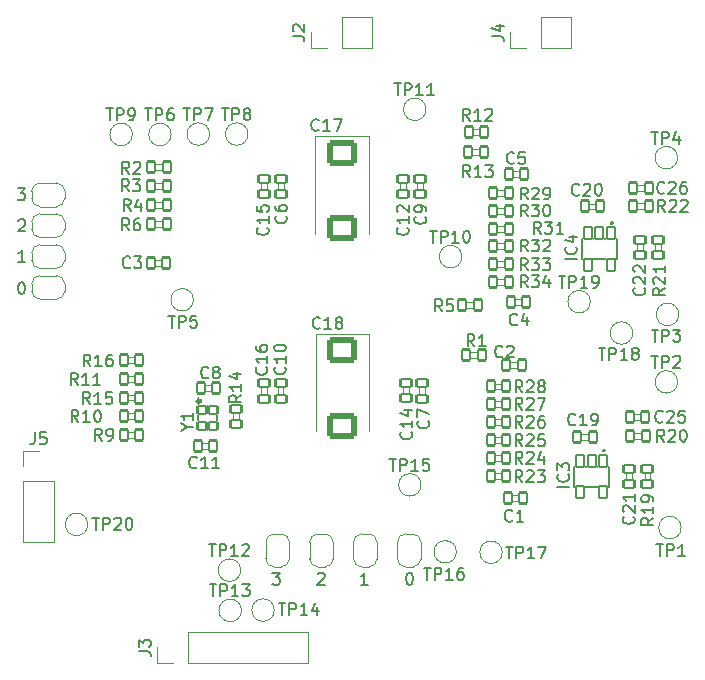
<source format=gbr>
%TF.GenerationSoftware,KiCad,Pcbnew,(6.0.0-0)*%
%TF.CreationDate,2022-03-04T22:46:30-08:00*%
%TF.ProjectId,bitaxe,62697461-7865-42e6-9b69-6361645f7063,rev?*%
%TF.SameCoordinates,Original*%
%TF.FileFunction,Legend,Top*%
%TF.FilePolarity,Positive*%
%FSLAX46Y46*%
G04 Gerber Fmt 4.6, Leading zero omitted, Abs format (unit mm)*
G04 Created by KiCad (PCBNEW (6.0.0-0)) date 2022-03-04 22:46:30*
%MOMM*%
%LPD*%
G01*
G04 APERTURE LIST*
G04 Aperture macros list*
%AMRoundRect*
0 Rectangle with rounded corners*
0 $1 Rounding radius*
0 $2 $3 $4 $5 $6 $7 $8 $9 X,Y pos of 4 corners*
0 Add a 4 corners polygon primitive as box body*
4,1,4,$2,$3,$4,$5,$6,$7,$8,$9,$2,$3,0*
0 Add four circle primitives for the rounded corners*
1,1,$1+$1,$2,$3*
1,1,$1+$1,$4,$5*
1,1,$1+$1,$6,$7*
1,1,$1+$1,$8,$9*
0 Add four rect primitives between the rounded corners*
20,1,$1+$1,$2,$3,$4,$5,0*
20,1,$1+$1,$4,$5,$6,$7,0*
20,1,$1+$1,$6,$7,$8,$9,0*
20,1,$1+$1,$8,$9,$2,$3,0*%
%AMFreePoly0*
4,1,20,0.000000,0.744959,0.073905,0.744508,0.209726,0.703889,0.328688,0.626782,0.421226,0.519385,0.479903,0.390333,0.500000,0.250000,0.500000,-0.250000,0.499851,-0.262216,0.476331,-0.402017,0.414519,-0.529596,0.319384,-0.634700,0.198574,-0.708877,0.061801,-0.746166,0.000000,-0.745033,0.000000,-0.750000,-0.500000,-0.750000,-0.500000,0.750000,0.000000,0.750000,0.000000,0.744959,
0.000000,0.744959,$1*%
%AMFreePoly1*
4,1,22,0.500000,-0.750000,0.000000,-0.750000,0.000000,-0.745033,-0.079941,-0.743568,-0.215256,-0.701293,-0.333266,-0.622738,-0.424486,-0.514219,-0.481581,-0.384460,-0.499164,-0.250000,-0.500000,-0.250000,-0.500000,0.250000,-0.499164,0.250000,-0.499963,0.256109,-0.478152,0.396186,-0.417904,0.524511,-0.324060,0.630769,-0.204165,0.706417,-0.067858,0.745374,0.000000,0.744959,0.000000,0.750000,
0.500000,0.750000,0.500000,-0.750000,0.500000,-0.750000,$1*%
G04 Aperture macros list end*
%ADD10C,0.150000*%
%ADD11C,0.120000*%
%ADD12C,0.100000*%
%ADD13C,0.300000*%
%ADD14C,0.152400*%
%ADD15C,0.299806*%
%ADD16FreePoly0,270.000000*%
%ADD17FreePoly1,270.000000*%
%ADD18FreePoly0,0.000000*%
%ADD19FreePoly1,0.000000*%
%ADD20RoundRect,0.101600X-0.350000X-0.450000X0.350000X-0.450000X0.350000X0.450000X-0.350000X0.450000X0*%
%ADD21RoundRect,0.101600X-0.450000X0.350000X-0.450000X-0.350000X0.450000X-0.350000X0.450000X0.350000X0*%
%ADD22RoundRect,0.101600X0.330000X-0.500000X0.330000X0.500000X-0.330000X0.500000X-0.330000X-0.500000X0*%
%ADD23C,3.500000*%
%ADD24C,1.500000*%
%ADD25RoundRect,0.101600X0.450000X-0.350000X0.450000X0.350000X-0.450000X0.350000X-0.450000X-0.350000X0*%
%ADD26RoundRect,0.101600X0.350000X0.450000X-0.350000X0.450000X-0.350000X-0.450000X0.350000X-0.450000X0*%
%ADD27R,1.700000X1.700000*%
%ADD28O,1.700000X1.700000*%
%ADD29RoundRect,0.250000X-1.025000X0.875000X-1.025000X-0.875000X1.025000X-0.875000X1.025000X0.875000X0*%
%ADD30RoundRect,0.101600X-0.375000X0.350000X-0.375000X-0.350000X0.375000X-0.350000X0.375000X0.350000X0*%
G04 APERTURE END LIST*
D10*
X87254285Y-98647619D02*
X87301904Y-98600000D01*
X87397142Y-98552380D01*
X87635238Y-98552380D01*
X87730476Y-98600000D01*
X87778095Y-98647619D01*
X87825714Y-98742857D01*
X87825714Y-98838095D01*
X87778095Y-98980952D01*
X87206666Y-99552380D01*
X87825714Y-99552380D01*
X83406666Y-98552380D02*
X84025714Y-98552380D01*
X83692380Y-98933333D01*
X83835238Y-98933333D01*
X83930476Y-98980952D01*
X83978095Y-99028571D01*
X84025714Y-99123809D01*
X84025714Y-99361904D01*
X83978095Y-99457142D01*
X83930476Y-99504761D01*
X83835238Y-99552380D01*
X83549523Y-99552380D01*
X83454285Y-99504761D01*
X83406666Y-99457142D01*
X91485714Y-99552380D02*
X90914285Y-99552380D01*
X91200000Y-99552380D02*
X91200000Y-98552380D01*
X91104761Y-98695238D01*
X91009523Y-98790476D01*
X90914285Y-98838095D01*
X94952380Y-98552380D02*
X95047619Y-98552380D01*
X95142857Y-98600000D01*
X95190476Y-98647619D01*
X95238095Y-98742857D01*
X95285714Y-98933333D01*
X95285714Y-99171428D01*
X95238095Y-99361904D01*
X95190476Y-99457142D01*
X95142857Y-99504761D01*
X95047619Y-99552380D01*
X94952380Y-99552380D01*
X94857142Y-99504761D01*
X94809523Y-99457142D01*
X94761904Y-99361904D01*
X94714285Y-99171428D01*
X94714285Y-98933333D01*
X94761904Y-98742857D01*
X94809523Y-98647619D01*
X94857142Y-98600000D01*
X94952380Y-98552380D01*
X61836666Y-65992380D02*
X62455714Y-65992380D01*
X62122380Y-66373333D01*
X62265238Y-66373333D01*
X62360476Y-66420952D01*
X62408095Y-66468571D01*
X62455714Y-66563809D01*
X62455714Y-66801904D01*
X62408095Y-66897142D01*
X62360476Y-66944761D01*
X62265238Y-66992380D01*
X61979523Y-66992380D01*
X61884285Y-66944761D01*
X61836666Y-66897142D01*
X61894285Y-68727619D02*
X61941904Y-68680000D01*
X62037142Y-68632380D01*
X62275238Y-68632380D01*
X62370476Y-68680000D01*
X62418095Y-68727619D01*
X62465714Y-68822857D01*
X62465714Y-68918095D01*
X62418095Y-69060952D01*
X61846666Y-69632380D01*
X62465714Y-69632380D01*
X62465714Y-72222380D02*
X61894285Y-72222380D01*
X62180000Y-72222380D02*
X62180000Y-71222380D01*
X62084761Y-71365238D01*
X61989523Y-71460476D01*
X61894285Y-71508095D01*
X62122380Y-73942380D02*
X62217619Y-73942380D01*
X62312857Y-73990000D01*
X62360476Y-74037619D01*
X62408095Y-74132857D01*
X62455714Y-74323333D01*
X62455714Y-74561428D01*
X62408095Y-74751904D01*
X62360476Y-74847142D01*
X62312857Y-74894761D01*
X62217619Y-74942380D01*
X62122380Y-74942380D01*
X62027142Y-74894761D01*
X61979523Y-74847142D01*
X61931904Y-74751904D01*
X61884285Y-74561428D01*
X61884285Y-74323333D01*
X61931904Y-74132857D01*
X61979523Y-74037619D01*
X62027142Y-73990000D01*
X62122380Y-73942380D01*
%TO.C,R30*%
X105007023Y-68364380D02*
X104673690Y-67888190D01*
X104435595Y-68364380D02*
X104435595Y-67364380D01*
X104816547Y-67364380D01*
X104911785Y-67412000D01*
X104959404Y-67459619D01*
X105007023Y-67554857D01*
X105007023Y-67697714D01*
X104959404Y-67792952D01*
X104911785Y-67840571D01*
X104816547Y-67888190D01*
X104435595Y-67888190D01*
X105340357Y-67364380D02*
X105959404Y-67364380D01*
X105626071Y-67745333D01*
X105768928Y-67745333D01*
X105864166Y-67792952D01*
X105911785Y-67840571D01*
X105959404Y-67935809D01*
X105959404Y-68173904D01*
X105911785Y-68269142D01*
X105864166Y-68316761D01*
X105768928Y-68364380D01*
X105483214Y-68364380D01*
X105387976Y-68316761D01*
X105340357Y-68269142D01*
X106578452Y-67364380D02*
X106673690Y-67364380D01*
X106768928Y-67412000D01*
X106816547Y-67459619D01*
X106864166Y-67554857D01*
X106911785Y-67745333D01*
X106911785Y-67983428D01*
X106864166Y-68173904D01*
X106816547Y-68269142D01*
X106768928Y-68316761D01*
X106673690Y-68364380D01*
X106578452Y-68364380D01*
X106483214Y-68316761D01*
X106435595Y-68269142D01*
X106387976Y-68173904D01*
X106340357Y-67983428D01*
X106340357Y-67745333D01*
X106387976Y-67554857D01*
X106435595Y-67459619D01*
X106483214Y-67412000D01*
X106578452Y-67364380D01*
%TO.C,C7*%
X96577142Y-85690357D02*
X96624761Y-85737976D01*
X96672380Y-85880833D01*
X96672380Y-85976071D01*
X96624761Y-86118928D01*
X96529523Y-86214166D01*
X96434285Y-86261785D01*
X96243809Y-86309404D01*
X96100952Y-86309404D01*
X95910476Y-86261785D01*
X95815238Y-86214166D01*
X95720000Y-86118928D01*
X95672380Y-85976071D01*
X95672380Y-85880833D01*
X95720000Y-85737976D01*
X95767619Y-85690357D01*
X95672380Y-85357023D02*
X95672380Y-84690357D01*
X96672380Y-85118928D01*
%TO.C,C1*%
X103707023Y-94117142D02*
X103659404Y-94164761D01*
X103516547Y-94212380D01*
X103421309Y-94212380D01*
X103278452Y-94164761D01*
X103183214Y-94069523D01*
X103135595Y-93974285D01*
X103087976Y-93783809D01*
X103087976Y-93640952D01*
X103135595Y-93450476D01*
X103183214Y-93355238D01*
X103278452Y-93260000D01*
X103421309Y-93212380D01*
X103516547Y-93212380D01*
X103659404Y-93260000D01*
X103707023Y-93307619D01*
X104659404Y-94212380D02*
X104087976Y-94212380D01*
X104373690Y-94212380D02*
X104373690Y-93212380D01*
X104278452Y-93355238D01*
X104183214Y-93450476D01*
X104087976Y-93498095D01*
%TO.C,R6*%
X71277023Y-69545714D02*
X70943690Y-69069524D01*
X70705595Y-69545714D02*
X70705595Y-68545714D01*
X71086547Y-68545714D01*
X71181785Y-68593334D01*
X71229404Y-68640953D01*
X71277023Y-68736191D01*
X71277023Y-68879048D01*
X71229404Y-68974286D01*
X71181785Y-69021905D01*
X71086547Y-69069524D01*
X70705595Y-69069524D01*
X72134166Y-68545714D02*
X71943690Y-68545714D01*
X71848452Y-68593334D01*
X71800833Y-68640953D01*
X71705595Y-68783810D01*
X71657976Y-68974286D01*
X71657976Y-69355238D01*
X71705595Y-69450476D01*
X71753214Y-69498095D01*
X71848452Y-69545714D01*
X72038928Y-69545714D01*
X72134166Y-69498095D01*
X72181785Y-69450476D01*
X72229404Y-69355238D01*
X72229404Y-69117143D01*
X72181785Y-69021905D01*
X72134166Y-68974286D01*
X72038928Y-68926667D01*
X71848452Y-68926667D01*
X71753214Y-68974286D01*
X71705595Y-69021905D01*
X71657976Y-69117143D01*
%TO.C,R14*%
X80762380Y-83492738D02*
X80286190Y-83826071D01*
X80762380Y-84064166D02*
X79762380Y-84064166D01*
X79762380Y-83683214D01*
X79810000Y-83587976D01*
X79857619Y-83540357D01*
X79952857Y-83492738D01*
X80095714Y-83492738D01*
X80190952Y-83540357D01*
X80238571Y-83587976D01*
X80286190Y-83683214D01*
X80286190Y-84064166D01*
X80762380Y-82540357D02*
X80762380Y-83111785D01*
X80762380Y-82826071D02*
X79762380Y-82826071D01*
X79905238Y-82921309D01*
X80000476Y-83016547D01*
X80048095Y-83111785D01*
X80095714Y-81683214D02*
X80762380Y-81683214D01*
X79714761Y-81921309D02*
X80429047Y-82159404D01*
X80429047Y-81540357D01*
%TO.C,IC3*%
X108522380Y-91264404D02*
X107522380Y-91264404D01*
X108427142Y-90216785D02*
X108474761Y-90264404D01*
X108522380Y-90407261D01*
X108522380Y-90502500D01*
X108474761Y-90645357D01*
X108379523Y-90740595D01*
X108284285Y-90788214D01*
X108093809Y-90835833D01*
X107950952Y-90835833D01*
X107760476Y-90788214D01*
X107665238Y-90740595D01*
X107570000Y-90645357D01*
X107522380Y-90502500D01*
X107522380Y-90407261D01*
X107570000Y-90264404D01*
X107617619Y-90216785D01*
X107522380Y-89883452D02*
X107522380Y-89264404D01*
X107903333Y-89597738D01*
X107903333Y-89454880D01*
X107950952Y-89359642D01*
X107998571Y-89312023D01*
X108093809Y-89264404D01*
X108331904Y-89264404D01*
X108427142Y-89312023D01*
X108474761Y-89359642D01*
X108522380Y-89454880D01*
X108522380Y-89740595D01*
X108474761Y-89835833D01*
X108427142Y-89883452D01*
%TO.C,R5*%
X97777023Y-76402380D02*
X97443690Y-75926190D01*
X97205595Y-76402380D02*
X97205595Y-75402380D01*
X97586547Y-75402380D01*
X97681785Y-75450000D01*
X97729404Y-75497619D01*
X97777023Y-75592857D01*
X97777023Y-75735714D01*
X97729404Y-75830952D01*
X97681785Y-75878571D01*
X97586547Y-75926190D01*
X97205595Y-75926190D01*
X98681785Y-75402380D02*
X98205595Y-75402380D01*
X98157976Y-75878571D01*
X98205595Y-75830952D01*
X98300833Y-75783333D01*
X98538928Y-75783333D01*
X98634166Y-75830952D01*
X98681785Y-75878571D01*
X98729404Y-75973809D01*
X98729404Y-76211904D01*
X98681785Y-76307142D01*
X98634166Y-76354761D01*
X98538928Y-76402380D01*
X98300833Y-76402380D01*
X98205595Y-76354761D01*
X98157976Y-76307142D01*
%TO.C,C3*%
X71367023Y-72667142D02*
X71319404Y-72714761D01*
X71176547Y-72762380D01*
X71081309Y-72762380D01*
X70938452Y-72714761D01*
X70843214Y-72619523D01*
X70795595Y-72524285D01*
X70747976Y-72333809D01*
X70747976Y-72190952D01*
X70795595Y-72000476D01*
X70843214Y-71905238D01*
X70938452Y-71810000D01*
X71081309Y-71762380D01*
X71176547Y-71762380D01*
X71319404Y-71810000D01*
X71367023Y-71857619D01*
X71700357Y-71762380D02*
X72319404Y-71762380D01*
X71986071Y-72143333D01*
X72128928Y-72143333D01*
X72224166Y-72190952D01*
X72271785Y-72238571D01*
X72319404Y-72333809D01*
X72319404Y-72571904D01*
X72271785Y-72667142D01*
X72224166Y-72714761D01*
X72128928Y-72762380D01*
X71843214Y-72762380D01*
X71747976Y-72714761D01*
X71700357Y-72667142D01*
%TO.C,TP15*%
X93301904Y-88904380D02*
X93873333Y-88904380D01*
X93587619Y-89904380D02*
X93587619Y-88904380D01*
X94206666Y-89904380D02*
X94206666Y-88904380D01*
X94587619Y-88904380D01*
X94682857Y-88952000D01*
X94730476Y-88999619D01*
X94778095Y-89094857D01*
X94778095Y-89237714D01*
X94730476Y-89332952D01*
X94682857Y-89380571D01*
X94587619Y-89428190D01*
X94206666Y-89428190D01*
X95730476Y-89904380D02*
X95159047Y-89904380D01*
X95444761Y-89904380D02*
X95444761Y-88904380D01*
X95349523Y-89047238D01*
X95254285Y-89142476D01*
X95159047Y-89190095D01*
X96635238Y-88904380D02*
X96159047Y-88904380D01*
X96111428Y-89380571D01*
X96159047Y-89332952D01*
X96254285Y-89285333D01*
X96492380Y-89285333D01*
X96587619Y-89332952D01*
X96635238Y-89380571D01*
X96682857Y-89475809D01*
X96682857Y-89713904D01*
X96635238Y-89809142D01*
X96587619Y-89856761D01*
X96492380Y-89904380D01*
X96254285Y-89904380D01*
X96159047Y-89856761D01*
X96111428Y-89809142D01*
%TO.C,C22*%
X114877142Y-74412976D02*
X114924761Y-74460595D01*
X114972380Y-74603452D01*
X114972380Y-74698690D01*
X114924761Y-74841547D01*
X114829523Y-74936785D01*
X114734285Y-74984404D01*
X114543809Y-75032023D01*
X114400952Y-75032023D01*
X114210476Y-74984404D01*
X114115238Y-74936785D01*
X114020000Y-74841547D01*
X113972380Y-74698690D01*
X113972380Y-74603452D01*
X114020000Y-74460595D01*
X114067619Y-74412976D01*
X114067619Y-74032023D02*
X114020000Y-73984404D01*
X113972380Y-73889166D01*
X113972380Y-73651071D01*
X114020000Y-73555833D01*
X114067619Y-73508214D01*
X114162857Y-73460595D01*
X114258095Y-73460595D01*
X114400952Y-73508214D01*
X114972380Y-74079642D01*
X114972380Y-73460595D01*
X114067619Y-73079642D02*
X114020000Y-73032023D01*
X113972380Y-72936785D01*
X113972380Y-72698690D01*
X114020000Y-72603452D01*
X114067619Y-72555833D01*
X114162857Y-72508214D01*
X114258095Y-72508214D01*
X114400952Y-72555833D01*
X114972380Y-73127261D01*
X114972380Y-72508214D01*
%TO.C,TP4*%
X115498095Y-61204380D02*
X116069523Y-61204380D01*
X115783809Y-62204380D02*
X115783809Y-61204380D01*
X116402857Y-62204380D02*
X116402857Y-61204380D01*
X116783809Y-61204380D01*
X116879047Y-61252000D01*
X116926666Y-61299619D01*
X116974285Y-61394857D01*
X116974285Y-61537714D01*
X116926666Y-61632952D01*
X116879047Y-61680571D01*
X116783809Y-61728190D01*
X116402857Y-61728190D01*
X117831428Y-61537714D02*
X117831428Y-62204380D01*
X117593333Y-61156761D02*
X117355238Y-61871047D01*
X117974285Y-61871047D01*
%TO.C,R16*%
X67997261Y-81072380D02*
X67663928Y-80596190D01*
X67425833Y-81072380D02*
X67425833Y-80072380D01*
X67806785Y-80072380D01*
X67902023Y-80120000D01*
X67949642Y-80167619D01*
X67997261Y-80262857D01*
X67997261Y-80405714D01*
X67949642Y-80500952D01*
X67902023Y-80548571D01*
X67806785Y-80596190D01*
X67425833Y-80596190D01*
X68949642Y-81072380D02*
X68378214Y-81072380D01*
X68663928Y-81072380D02*
X68663928Y-80072380D01*
X68568690Y-80215238D01*
X68473452Y-80310476D01*
X68378214Y-80358095D01*
X69806785Y-80072380D02*
X69616309Y-80072380D01*
X69521071Y-80120000D01*
X69473452Y-80167619D01*
X69378214Y-80310476D01*
X69330595Y-80500952D01*
X69330595Y-80881904D01*
X69378214Y-80977142D01*
X69425833Y-81024761D01*
X69521071Y-81072380D01*
X69711547Y-81072380D01*
X69806785Y-81024761D01*
X69854404Y-80977142D01*
X69902023Y-80881904D01*
X69902023Y-80643809D01*
X69854404Y-80548571D01*
X69806785Y-80500952D01*
X69711547Y-80453333D01*
X69521071Y-80453333D01*
X69425833Y-80500952D01*
X69378214Y-80548571D01*
X69330595Y-80643809D01*
%TO.C,R29*%
X105007023Y-66932380D02*
X104673690Y-66456190D01*
X104435595Y-66932380D02*
X104435595Y-65932380D01*
X104816547Y-65932380D01*
X104911785Y-65980000D01*
X104959404Y-66027619D01*
X105007023Y-66122857D01*
X105007023Y-66265714D01*
X104959404Y-66360952D01*
X104911785Y-66408571D01*
X104816547Y-66456190D01*
X104435595Y-66456190D01*
X105387976Y-66027619D02*
X105435595Y-65980000D01*
X105530833Y-65932380D01*
X105768928Y-65932380D01*
X105864166Y-65980000D01*
X105911785Y-66027619D01*
X105959404Y-66122857D01*
X105959404Y-66218095D01*
X105911785Y-66360952D01*
X105340357Y-66932380D01*
X105959404Y-66932380D01*
X106435595Y-66932380D02*
X106626071Y-66932380D01*
X106721309Y-66884761D01*
X106768928Y-66837142D01*
X106864166Y-66694285D01*
X106911785Y-66503809D01*
X106911785Y-66122857D01*
X106864166Y-66027619D01*
X106816547Y-65980000D01*
X106721309Y-65932380D01*
X106530833Y-65932380D01*
X106435595Y-65980000D01*
X106387976Y-66027619D01*
X106340357Y-66122857D01*
X106340357Y-66360952D01*
X106387976Y-66456190D01*
X106435595Y-66503809D01*
X106530833Y-66551428D01*
X106721309Y-66551428D01*
X106816547Y-66503809D01*
X106864166Y-66456190D01*
X106911785Y-66360952D01*
%TO.C,R24*%
X104567261Y-89310380D02*
X104233928Y-88834190D01*
X103995833Y-89310380D02*
X103995833Y-88310380D01*
X104376785Y-88310380D01*
X104472023Y-88358000D01*
X104519642Y-88405619D01*
X104567261Y-88500857D01*
X104567261Y-88643714D01*
X104519642Y-88738952D01*
X104472023Y-88786571D01*
X104376785Y-88834190D01*
X103995833Y-88834190D01*
X104948214Y-88405619D02*
X104995833Y-88358000D01*
X105091071Y-88310380D01*
X105329166Y-88310380D01*
X105424404Y-88358000D01*
X105472023Y-88405619D01*
X105519642Y-88500857D01*
X105519642Y-88596095D01*
X105472023Y-88738952D01*
X104900595Y-89310380D01*
X105519642Y-89310380D01*
X106376785Y-88643714D02*
X106376785Y-89310380D01*
X106138690Y-88262761D02*
X105900595Y-88977047D01*
X106519642Y-88977047D01*
%TO.C,TP5*%
X74588095Y-76782380D02*
X75159523Y-76782380D01*
X74873809Y-77782380D02*
X74873809Y-76782380D01*
X75492857Y-77782380D02*
X75492857Y-76782380D01*
X75873809Y-76782380D01*
X75969047Y-76830000D01*
X76016666Y-76877619D01*
X76064285Y-76972857D01*
X76064285Y-77115714D01*
X76016666Y-77210952D01*
X75969047Y-77258571D01*
X75873809Y-77306190D01*
X75492857Y-77306190D01*
X76969047Y-76782380D02*
X76492857Y-76782380D01*
X76445238Y-77258571D01*
X76492857Y-77210952D01*
X76588095Y-77163333D01*
X76826190Y-77163333D01*
X76921428Y-77210952D01*
X76969047Y-77258571D01*
X77016666Y-77353809D01*
X77016666Y-77591904D01*
X76969047Y-77687142D01*
X76921428Y-77734761D01*
X76826190Y-77782380D01*
X76588095Y-77782380D01*
X76492857Y-77734761D01*
X76445238Y-77687142D01*
%TO.C,R31*%
X106127023Y-69822380D02*
X105793690Y-69346190D01*
X105555595Y-69822380D02*
X105555595Y-68822380D01*
X105936547Y-68822380D01*
X106031785Y-68870000D01*
X106079404Y-68917619D01*
X106127023Y-69012857D01*
X106127023Y-69155714D01*
X106079404Y-69250952D01*
X106031785Y-69298571D01*
X105936547Y-69346190D01*
X105555595Y-69346190D01*
X106460357Y-68822380D02*
X107079404Y-68822380D01*
X106746071Y-69203333D01*
X106888928Y-69203333D01*
X106984166Y-69250952D01*
X107031785Y-69298571D01*
X107079404Y-69393809D01*
X107079404Y-69631904D01*
X107031785Y-69727142D01*
X106984166Y-69774761D01*
X106888928Y-69822380D01*
X106603214Y-69822380D01*
X106507976Y-69774761D01*
X106460357Y-69727142D01*
X108031785Y-69822380D02*
X107460357Y-69822380D01*
X107746071Y-69822380D02*
X107746071Y-68822380D01*
X107650833Y-68965238D01*
X107555595Y-69060476D01*
X107460357Y-69108095D01*
%TO.C,C6*%
X84527142Y-68330357D02*
X84574761Y-68377976D01*
X84622380Y-68520833D01*
X84622380Y-68616071D01*
X84574761Y-68758928D01*
X84479523Y-68854166D01*
X84384285Y-68901785D01*
X84193809Y-68949404D01*
X84050952Y-68949404D01*
X83860476Y-68901785D01*
X83765238Y-68854166D01*
X83670000Y-68758928D01*
X83622380Y-68616071D01*
X83622380Y-68520833D01*
X83670000Y-68377976D01*
X83717619Y-68330357D01*
X83622380Y-67473214D02*
X83622380Y-67663690D01*
X83670000Y-67758928D01*
X83717619Y-67806547D01*
X83860476Y-67901785D01*
X84050952Y-67949404D01*
X84431904Y-67949404D01*
X84527142Y-67901785D01*
X84574761Y-67854166D01*
X84622380Y-67758928D01*
X84622380Y-67568452D01*
X84574761Y-67473214D01*
X84527142Y-67425595D01*
X84431904Y-67377976D01*
X84193809Y-67377976D01*
X84098571Y-67425595D01*
X84050952Y-67473214D01*
X84003333Y-67568452D01*
X84003333Y-67758928D01*
X84050952Y-67854166D01*
X84098571Y-67901785D01*
X84193809Y-67949404D01*
%TO.C,J3*%
X72082380Y-105193333D02*
X72796666Y-105193333D01*
X72939523Y-105240952D01*
X73034761Y-105336190D01*
X73082380Y-105479047D01*
X73082380Y-105574285D01*
X72082380Y-104812380D02*
X72082380Y-104193333D01*
X72463333Y-104526666D01*
X72463333Y-104383809D01*
X72510952Y-104288571D01*
X72558571Y-104240952D01*
X72653809Y-104193333D01*
X72891904Y-104193333D01*
X72987142Y-104240952D01*
X73034761Y-104288571D01*
X73082380Y-104383809D01*
X73082380Y-104669523D01*
X73034761Y-104764761D01*
X72987142Y-104812380D01*
%TO.C,R10*%
X66977261Y-85772380D02*
X66643928Y-85296190D01*
X66405833Y-85772380D02*
X66405833Y-84772380D01*
X66786785Y-84772380D01*
X66882023Y-84820000D01*
X66929642Y-84867619D01*
X66977261Y-84962857D01*
X66977261Y-85105714D01*
X66929642Y-85200952D01*
X66882023Y-85248571D01*
X66786785Y-85296190D01*
X66405833Y-85296190D01*
X67929642Y-85772380D02*
X67358214Y-85772380D01*
X67643928Y-85772380D02*
X67643928Y-84772380D01*
X67548690Y-84915238D01*
X67453452Y-85010476D01*
X67358214Y-85058095D01*
X68548690Y-84772380D02*
X68643928Y-84772380D01*
X68739166Y-84820000D01*
X68786785Y-84867619D01*
X68834404Y-84962857D01*
X68882023Y-85153333D01*
X68882023Y-85391428D01*
X68834404Y-85581904D01*
X68786785Y-85677142D01*
X68739166Y-85724761D01*
X68643928Y-85772380D01*
X68548690Y-85772380D01*
X68453452Y-85724761D01*
X68405833Y-85677142D01*
X68358214Y-85581904D01*
X68310595Y-85391428D01*
X68310595Y-85153333D01*
X68358214Y-84962857D01*
X68405833Y-84867619D01*
X68453452Y-84820000D01*
X68548690Y-84772380D01*
%TO.C,TP16*%
X96241904Y-98132380D02*
X96813333Y-98132380D01*
X96527619Y-99132380D02*
X96527619Y-98132380D01*
X97146666Y-99132380D02*
X97146666Y-98132380D01*
X97527619Y-98132380D01*
X97622857Y-98180000D01*
X97670476Y-98227619D01*
X97718095Y-98322857D01*
X97718095Y-98465714D01*
X97670476Y-98560952D01*
X97622857Y-98608571D01*
X97527619Y-98656190D01*
X97146666Y-98656190D01*
X98670476Y-99132380D02*
X98099047Y-99132380D01*
X98384761Y-99132380D02*
X98384761Y-98132380D01*
X98289523Y-98275238D01*
X98194285Y-98370476D01*
X98099047Y-98418095D01*
X99527619Y-98132380D02*
X99337142Y-98132380D01*
X99241904Y-98180000D01*
X99194285Y-98227619D01*
X99099047Y-98370476D01*
X99051428Y-98560952D01*
X99051428Y-98941904D01*
X99099047Y-99037142D01*
X99146666Y-99084761D01*
X99241904Y-99132380D01*
X99432380Y-99132380D01*
X99527619Y-99084761D01*
X99575238Y-99037142D01*
X99622857Y-98941904D01*
X99622857Y-98703809D01*
X99575238Y-98608571D01*
X99527619Y-98560952D01*
X99432380Y-98513333D01*
X99241904Y-98513333D01*
X99146666Y-98560952D01*
X99099047Y-98608571D01*
X99051428Y-98703809D01*
%TO.C,R27*%
X104567261Y-84724380D02*
X104233928Y-84248190D01*
X103995833Y-84724380D02*
X103995833Y-83724380D01*
X104376785Y-83724380D01*
X104472023Y-83772000D01*
X104519642Y-83819619D01*
X104567261Y-83914857D01*
X104567261Y-84057714D01*
X104519642Y-84152952D01*
X104472023Y-84200571D01*
X104376785Y-84248190D01*
X103995833Y-84248190D01*
X104948214Y-83819619D02*
X104995833Y-83772000D01*
X105091071Y-83724380D01*
X105329166Y-83724380D01*
X105424404Y-83772000D01*
X105472023Y-83819619D01*
X105519642Y-83914857D01*
X105519642Y-84010095D01*
X105472023Y-84152952D01*
X104900595Y-84724380D01*
X105519642Y-84724380D01*
X105852976Y-83724380D02*
X106519642Y-83724380D01*
X106091071Y-84724380D01*
%TO.C,R4*%
X71397023Y-67915712D02*
X71063690Y-67439522D01*
X70825595Y-67915712D02*
X70825595Y-66915712D01*
X71206547Y-66915712D01*
X71301785Y-66963332D01*
X71349404Y-67010951D01*
X71397023Y-67106189D01*
X71397023Y-67249046D01*
X71349404Y-67344284D01*
X71301785Y-67391903D01*
X71206547Y-67439522D01*
X70825595Y-67439522D01*
X72254166Y-67249046D02*
X72254166Y-67915712D01*
X72016071Y-66868093D02*
X71777976Y-67582379D01*
X72397023Y-67582379D01*
%TO.C,R34*%
X105007023Y-74372380D02*
X104673690Y-73896190D01*
X104435595Y-74372380D02*
X104435595Y-73372380D01*
X104816547Y-73372380D01*
X104911785Y-73420000D01*
X104959404Y-73467619D01*
X105007023Y-73562857D01*
X105007023Y-73705714D01*
X104959404Y-73800952D01*
X104911785Y-73848571D01*
X104816547Y-73896190D01*
X104435595Y-73896190D01*
X105340357Y-73372380D02*
X105959404Y-73372380D01*
X105626071Y-73753333D01*
X105768928Y-73753333D01*
X105864166Y-73800952D01*
X105911785Y-73848571D01*
X105959404Y-73943809D01*
X105959404Y-74181904D01*
X105911785Y-74277142D01*
X105864166Y-74324761D01*
X105768928Y-74372380D01*
X105483214Y-74372380D01*
X105387976Y-74324761D01*
X105340357Y-74277142D01*
X106816547Y-73705714D02*
X106816547Y-74372380D01*
X106578452Y-73324761D02*
X106340357Y-74039047D01*
X106959404Y-74039047D01*
%TO.C,J4*%
X101972380Y-53123333D02*
X102686666Y-53123333D01*
X102829523Y-53170952D01*
X102924761Y-53266190D01*
X102972380Y-53409047D01*
X102972380Y-53504285D01*
X102305714Y-52218571D02*
X102972380Y-52218571D01*
X101924761Y-52456666D02*
X102639047Y-52694761D01*
X102639047Y-52075714D01*
%TO.C,R33*%
X105007023Y-72920380D02*
X104673690Y-72444190D01*
X104435595Y-72920380D02*
X104435595Y-71920380D01*
X104816547Y-71920380D01*
X104911785Y-71968000D01*
X104959404Y-72015619D01*
X105007023Y-72110857D01*
X105007023Y-72253714D01*
X104959404Y-72348952D01*
X104911785Y-72396571D01*
X104816547Y-72444190D01*
X104435595Y-72444190D01*
X105340357Y-71920380D02*
X105959404Y-71920380D01*
X105626071Y-72301333D01*
X105768928Y-72301333D01*
X105864166Y-72348952D01*
X105911785Y-72396571D01*
X105959404Y-72491809D01*
X105959404Y-72729904D01*
X105911785Y-72825142D01*
X105864166Y-72872761D01*
X105768928Y-72920380D01*
X105483214Y-72920380D01*
X105387976Y-72872761D01*
X105340357Y-72825142D01*
X106292738Y-71920380D02*
X106911785Y-71920380D01*
X106578452Y-72301333D01*
X106721309Y-72301333D01*
X106816547Y-72348952D01*
X106864166Y-72396571D01*
X106911785Y-72491809D01*
X106911785Y-72729904D01*
X106864166Y-72825142D01*
X106816547Y-72872761D01*
X106721309Y-72920380D01*
X106435595Y-72920380D01*
X106340357Y-72872761D01*
X106292738Y-72825142D01*
%TO.C,R32*%
X105007023Y-71328380D02*
X104673690Y-70852190D01*
X104435595Y-71328380D02*
X104435595Y-70328380D01*
X104816547Y-70328380D01*
X104911785Y-70376000D01*
X104959404Y-70423619D01*
X105007023Y-70518857D01*
X105007023Y-70661714D01*
X104959404Y-70756952D01*
X104911785Y-70804571D01*
X104816547Y-70852190D01*
X104435595Y-70852190D01*
X105340357Y-70328380D02*
X105959404Y-70328380D01*
X105626071Y-70709333D01*
X105768928Y-70709333D01*
X105864166Y-70756952D01*
X105911785Y-70804571D01*
X105959404Y-70899809D01*
X105959404Y-71137904D01*
X105911785Y-71233142D01*
X105864166Y-71280761D01*
X105768928Y-71328380D01*
X105483214Y-71328380D01*
X105387976Y-71280761D01*
X105340357Y-71233142D01*
X106340357Y-70423619D02*
X106387976Y-70376000D01*
X106483214Y-70328380D01*
X106721309Y-70328380D01*
X106816547Y-70376000D01*
X106864166Y-70423619D01*
X106911785Y-70518857D01*
X106911785Y-70614095D01*
X106864166Y-70756952D01*
X106292738Y-71328380D01*
X106911785Y-71328380D01*
%TO.C,TP19*%
X107631904Y-73394380D02*
X108203333Y-73394380D01*
X107917619Y-74394380D02*
X107917619Y-73394380D01*
X108536666Y-74394380D02*
X108536666Y-73394380D01*
X108917619Y-73394380D01*
X109012857Y-73442000D01*
X109060476Y-73489619D01*
X109108095Y-73584857D01*
X109108095Y-73727714D01*
X109060476Y-73822952D01*
X109012857Y-73870571D01*
X108917619Y-73918190D01*
X108536666Y-73918190D01*
X110060476Y-74394380D02*
X109489047Y-74394380D01*
X109774761Y-74394380D02*
X109774761Y-73394380D01*
X109679523Y-73537238D01*
X109584285Y-73632476D01*
X109489047Y-73680095D01*
X110536666Y-74394380D02*
X110727142Y-74394380D01*
X110822380Y-74346761D01*
X110870000Y-74299142D01*
X110965238Y-74156285D01*
X111012857Y-73965809D01*
X111012857Y-73584857D01*
X110965238Y-73489619D01*
X110917619Y-73442000D01*
X110822380Y-73394380D01*
X110631904Y-73394380D01*
X110536666Y-73442000D01*
X110489047Y-73489619D01*
X110441428Y-73584857D01*
X110441428Y-73822952D01*
X110489047Y-73918190D01*
X110536666Y-73965809D01*
X110631904Y-74013428D01*
X110822380Y-74013428D01*
X110917619Y-73965809D01*
X110965238Y-73918190D01*
X111012857Y-73822952D01*
%TO.C,R25*%
X104567261Y-87818380D02*
X104233928Y-87342190D01*
X103995833Y-87818380D02*
X103995833Y-86818380D01*
X104376785Y-86818380D01*
X104472023Y-86866000D01*
X104519642Y-86913619D01*
X104567261Y-87008857D01*
X104567261Y-87151714D01*
X104519642Y-87246952D01*
X104472023Y-87294571D01*
X104376785Y-87342190D01*
X103995833Y-87342190D01*
X104948214Y-86913619D02*
X104995833Y-86866000D01*
X105091071Y-86818380D01*
X105329166Y-86818380D01*
X105424404Y-86866000D01*
X105472023Y-86913619D01*
X105519642Y-87008857D01*
X105519642Y-87104095D01*
X105472023Y-87246952D01*
X104900595Y-87818380D01*
X105519642Y-87818380D01*
X106424404Y-86818380D02*
X105948214Y-86818380D01*
X105900595Y-87294571D01*
X105948214Y-87246952D01*
X106043452Y-87199333D01*
X106281547Y-87199333D01*
X106376785Y-87246952D01*
X106424404Y-87294571D01*
X106472023Y-87389809D01*
X106472023Y-87627904D01*
X106424404Y-87723142D01*
X106376785Y-87770761D01*
X106281547Y-87818380D01*
X106043452Y-87818380D01*
X105948214Y-87770761D01*
X105900595Y-87723142D01*
%TO.C,C16*%
X82877142Y-81142738D02*
X82924761Y-81190357D01*
X82972380Y-81333214D01*
X82972380Y-81428452D01*
X82924761Y-81571309D01*
X82829523Y-81666547D01*
X82734285Y-81714166D01*
X82543809Y-81761785D01*
X82400952Y-81761785D01*
X82210476Y-81714166D01*
X82115238Y-81666547D01*
X82020000Y-81571309D01*
X81972380Y-81428452D01*
X81972380Y-81333214D01*
X82020000Y-81190357D01*
X82067619Y-81142738D01*
X82972380Y-80190357D02*
X82972380Y-80761785D01*
X82972380Y-80476071D02*
X81972380Y-80476071D01*
X82115238Y-80571309D01*
X82210476Y-80666547D01*
X82258095Y-80761785D01*
X81972380Y-79333214D02*
X81972380Y-79523690D01*
X82020000Y-79618928D01*
X82067619Y-79666547D01*
X82210476Y-79761785D01*
X82400952Y-79809404D01*
X82781904Y-79809404D01*
X82877142Y-79761785D01*
X82924761Y-79714166D01*
X82972380Y-79618928D01*
X82972380Y-79428452D01*
X82924761Y-79333214D01*
X82877142Y-79285595D01*
X82781904Y-79237976D01*
X82543809Y-79237976D01*
X82448571Y-79285595D01*
X82400952Y-79333214D01*
X82353333Y-79428452D01*
X82353333Y-79618928D01*
X82400952Y-79714166D01*
X82448571Y-79761785D01*
X82543809Y-79809404D01*
%TO.C,TP3*%
X115508095Y-77972380D02*
X116079523Y-77972380D01*
X115793809Y-78972380D02*
X115793809Y-77972380D01*
X116412857Y-78972380D02*
X116412857Y-77972380D01*
X116793809Y-77972380D01*
X116889047Y-78020000D01*
X116936666Y-78067619D01*
X116984285Y-78162857D01*
X116984285Y-78305714D01*
X116936666Y-78400952D01*
X116889047Y-78448571D01*
X116793809Y-78496190D01*
X116412857Y-78496190D01*
X117317619Y-77972380D02*
X117936666Y-77972380D01*
X117603333Y-78353333D01*
X117746190Y-78353333D01*
X117841428Y-78400952D01*
X117889047Y-78448571D01*
X117936666Y-78543809D01*
X117936666Y-78781904D01*
X117889047Y-78877142D01*
X117841428Y-78924761D01*
X117746190Y-78972380D01*
X117460476Y-78972380D01*
X117365238Y-78924761D01*
X117317619Y-78877142D01*
%TO.C,R22*%
X116647023Y-67962380D02*
X116313690Y-67486190D01*
X116075595Y-67962380D02*
X116075595Y-66962380D01*
X116456547Y-66962380D01*
X116551785Y-67010000D01*
X116599404Y-67057619D01*
X116647023Y-67152857D01*
X116647023Y-67295714D01*
X116599404Y-67390952D01*
X116551785Y-67438571D01*
X116456547Y-67486190D01*
X116075595Y-67486190D01*
X117027976Y-67057619D02*
X117075595Y-67010000D01*
X117170833Y-66962380D01*
X117408928Y-66962380D01*
X117504166Y-67010000D01*
X117551785Y-67057619D01*
X117599404Y-67152857D01*
X117599404Y-67248095D01*
X117551785Y-67390952D01*
X116980357Y-67962380D01*
X117599404Y-67962380D01*
X117980357Y-67057619D02*
X118027976Y-67010000D01*
X118123214Y-66962380D01*
X118361309Y-66962380D01*
X118456547Y-67010000D01*
X118504166Y-67057619D01*
X118551785Y-67152857D01*
X118551785Y-67248095D01*
X118504166Y-67390952D01*
X117932738Y-67962380D01*
X118551785Y-67962380D01*
%TO.C,TP8*%
X79118095Y-59204380D02*
X79689523Y-59204380D01*
X79403809Y-60204380D02*
X79403809Y-59204380D01*
X80022857Y-60204380D02*
X80022857Y-59204380D01*
X80403809Y-59204380D01*
X80499047Y-59252000D01*
X80546666Y-59299619D01*
X80594285Y-59394857D01*
X80594285Y-59537714D01*
X80546666Y-59632952D01*
X80499047Y-59680571D01*
X80403809Y-59728190D01*
X80022857Y-59728190D01*
X81165714Y-59632952D02*
X81070476Y-59585333D01*
X81022857Y-59537714D01*
X80975238Y-59442476D01*
X80975238Y-59394857D01*
X81022857Y-59299619D01*
X81070476Y-59252000D01*
X81165714Y-59204380D01*
X81356190Y-59204380D01*
X81451428Y-59252000D01*
X81499047Y-59299619D01*
X81546666Y-59394857D01*
X81546666Y-59442476D01*
X81499047Y-59537714D01*
X81451428Y-59585333D01*
X81356190Y-59632952D01*
X81165714Y-59632952D01*
X81070476Y-59680571D01*
X81022857Y-59728190D01*
X80975238Y-59823428D01*
X80975238Y-60013904D01*
X81022857Y-60109142D01*
X81070476Y-60156761D01*
X81165714Y-60204380D01*
X81356190Y-60204380D01*
X81451428Y-60156761D01*
X81499047Y-60109142D01*
X81546666Y-60013904D01*
X81546666Y-59823428D01*
X81499047Y-59728190D01*
X81451428Y-59680571D01*
X81356190Y-59632952D01*
%TO.C,C18*%
X87427142Y-77797142D02*
X87379523Y-77844761D01*
X87236666Y-77892380D01*
X87141428Y-77892380D01*
X86998571Y-77844761D01*
X86903333Y-77749523D01*
X86855714Y-77654285D01*
X86808095Y-77463809D01*
X86808095Y-77320952D01*
X86855714Y-77130476D01*
X86903333Y-77035238D01*
X86998571Y-76940000D01*
X87141428Y-76892380D01*
X87236666Y-76892380D01*
X87379523Y-76940000D01*
X87427142Y-76987619D01*
X88379523Y-77892380D02*
X87808095Y-77892380D01*
X88093809Y-77892380D02*
X88093809Y-76892380D01*
X87998571Y-77035238D01*
X87903333Y-77130476D01*
X87808095Y-77178095D01*
X88950952Y-77320952D02*
X88855714Y-77273333D01*
X88808095Y-77225714D01*
X88760476Y-77130476D01*
X88760476Y-77082857D01*
X88808095Y-76987619D01*
X88855714Y-76940000D01*
X88950952Y-76892380D01*
X89141428Y-76892380D01*
X89236666Y-76940000D01*
X89284285Y-76987619D01*
X89331904Y-77082857D01*
X89331904Y-77130476D01*
X89284285Y-77225714D01*
X89236666Y-77273333D01*
X89141428Y-77320952D01*
X88950952Y-77320952D01*
X88855714Y-77368571D01*
X88808095Y-77416190D01*
X88760476Y-77511428D01*
X88760476Y-77701904D01*
X88808095Y-77797142D01*
X88855714Y-77844761D01*
X88950952Y-77892380D01*
X89141428Y-77892380D01*
X89236666Y-77844761D01*
X89284285Y-77797142D01*
X89331904Y-77701904D01*
X89331904Y-77511428D01*
X89284285Y-77416190D01*
X89236666Y-77368571D01*
X89141428Y-77320952D01*
%TO.C,R28*%
X104567261Y-83262380D02*
X104233928Y-82786190D01*
X103995833Y-83262380D02*
X103995833Y-82262380D01*
X104376785Y-82262380D01*
X104472023Y-82310000D01*
X104519642Y-82357619D01*
X104567261Y-82452857D01*
X104567261Y-82595714D01*
X104519642Y-82690952D01*
X104472023Y-82738571D01*
X104376785Y-82786190D01*
X103995833Y-82786190D01*
X104948214Y-82357619D02*
X104995833Y-82310000D01*
X105091071Y-82262380D01*
X105329166Y-82262380D01*
X105424404Y-82310000D01*
X105472023Y-82357619D01*
X105519642Y-82452857D01*
X105519642Y-82548095D01*
X105472023Y-82690952D01*
X104900595Y-83262380D01*
X105519642Y-83262380D01*
X106091071Y-82690952D02*
X105995833Y-82643333D01*
X105948214Y-82595714D01*
X105900595Y-82500476D01*
X105900595Y-82452857D01*
X105948214Y-82357619D01*
X105995833Y-82310000D01*
X106091071Y-82262380D01*
X106281547Y-82262380D01*
X106376785Y-82310000D01*
X106424404Y-82357619D01*
X106472023Y-82452857D01*
X106472023Y-82500476D01*
X106424404Y-82595714D01*
X106376785Y-82643333D01*
X106281547Y-82690952D01*
X106091071Y-82690952D01*
X105995833Y-82738571D01*
X105948214Y-82786190D01*
X105900595Y-82881428D01*
X105900595Y-83071904D01*
X105948214Y-83167142D01*
X105995833Y-83214761D01*
X106091071Y-83262380D01*
X106281547Y-83262380D01*
X106376785Y-83214761D01*
X106424404Y-83167142D01*
X106472023Y-83071904D01*
X106472023Y-82881428D01*
X106424404Y-82786190D01*
X106376785Y-82738571D01*
X106281547Y-82690952D01*
%TO.C,IC4*%
X109182380Y-71994404D02*
X108182380Y-71994404D01*
X109087142Y-70946785D02*
X109134761Y-70994404D01*
X109182380Y-71137261D01*
X109182380Y-71232500D01*
X109134761Y-71375357D01*
X109039523Y-71470595D01*
X108944285Y-71518214D01*
X108753809Y-71565833D01*
X108610952Y-71565833D01*
X108420476Y-71518214D01*
X108325238Y-71470595D01*
X108230000Y-71375357D01*
X108182380Y-71232500D01*
X108182380Y-71137261D01*
X108230000Y-70994404D01*
X108277619Y-70946785D01*
X108515714Y-70089642D02*
X109182380Y-70089642D01*
X108134761Y-70327738D02*
X108849047Y-70565833D01*
X108849047Y-69946785D01*
%TO.C,R2*%
X71277023Y-64742380D02*
X70943690Y-64266190D01*
X70705595Y-64742380D02*
X70705595Y-63742380D01*
X71086547Y-63742380D01*
X71181785Y-63790000D01*
X71229404Y-63837619D01*
X71277023Y-63932857D01*
X71277023Y-64075714D01*
X71229404Y-64170952D01*
X71181785Y-64218571D01*
X71086547Y-64266190D01*
X70705595Y-64266190D01*
X71657976Y-63837619D02*
X71705595Y-63790000D01*
X71800833Y-63742380D01*
X72038928Y-63742380D01*
X72134166Y-63790000D01*
X72181785Y-63837619D01*
X72229404Y-63932857D01*
X72229404Y-64028095D01*
X72181785Y-64170952D01*
X71610357Y-64742380D01*
X72229404Y-64742380D01*
%TO.C,C10*%
X84447142Y-81122738D02*
X84494761Y-81170357D01*
X84542380Y-81313214D01*
X84542380Y-81408452D01*
X84494761Y-81551309D01*
X84399523Y-81646547D01*
X84304285Y-81694166D01*
X84113809Y-81741785D01*
X83970952Y-81741785D01*
X83780476Y-81694166D01*
X83685238Y-81646547D01*
X83590000Y-81551309D01*
X83542380Y-81408452D01*
X83542380Y-81313214D01*
X83590000Y-81170357D01*
X83637619Y-81122738D01*
X84542380Y-80170357D02*
X84542380Y-80741785D01*
X84542380Y-80456071D02*
X83542380Y-80456071D01*
X83685238Y-80551309D01*
X83780476Y-80646547D01*
X83828095Y-80741785D01*
X83542380Y-79551309D02*
X83542380Y-79456071D01*
X83590000Y-79360833D01*
X83637619Y-79313214D01*
X83732857Y-79265595D01*
X83923333Y-79217976D01*
X84161428Y-79217976D01*
X84351904Y-79265595D01*
X84447142Y-79313214D01*
X84494761Y-79360833D01*
X84542380Y-79456071D01*
X84542380Y-79551309D01*
X84494761Y-79646547D01*
X84447142Y-79694166D01*
X84351904Y-79741785D01*
X84161428Y-79789404D01*
X83923333Y-79789404D01*
X83732857Y-79741785D01*
X83637619Y-79694166D01*
X83590000Y-79646547D01*
X83542380Y-79551309D01*
%TO.C,R26*%
X104567261Y-86256380D02*
X104233928Y-85780190D01*
X103995833Y-86256380D02*
X103995833Y-85256380D01*
X104376785Y-85256380D01*
X104472023Y-85304000D01*
X104519642Y-85351619D01*
X104567261Y-85446857D01*
X104567261Y-85589714D01*
X104519642Y-85684952D01*
X104472023Y-85732571D01*
X104376785Y-85780190D01*
X103995833Y-85780190D01*
X104948214Y-85351619D02*
X104995833Y-85304000D01*
X105091071Y-85256380D01*
X105329166Y-85256380D01*
X105424404Y-85304000D01*
X105472023Y-85351619D01*
X105519642Y-85446857D01*
X105519642Y-85542095D01*
X105472023Y-85684952D01*
X104900595Y-86256380D01*
X105519642Y-86256380D01*
X106376785Y-85256380D02*
X106186309Y-85256380D01*
X106091071Y-85304000D01*
X106043452Y-85351619D01*
X105948214Y-85494476D01*
X105900595Y-85684952D01*
X105900595Y-86065904D01*
X105948214Y-86161142D01*
X105995833Y-86208761D01*
X106091071Y-86256380D01*
X106281547Y-86256380D01*
X106376785Y-86208761D01*
X106424404Y-86161142D01*
X106472023Y-86065904D01*
X106472023Y-85827809D01*
X106424404Y-85732571D01*
X106376785Y-85684952D01*
X106281547Y-85637333D01*
X106091071Y-85637333D01*
X105995833Y-85684952D01*
X105948214Y-85732571D01*
X105900595Y-85827809D01*
%TO.C,C11*%
X76987261Y-89607142D02*
X76939642Y-89654761D01*
X76796785Y-89702380D01*
X76701547Y-89702380D01*
X76558690Y-89654761D01*
X76463452Y-89559523D01*
X76415833Y-89464285D01*
X76368214Y-89273809D01*
X76368214Y-89130952D01*
X76415833Y-88940476D01*
X76463452Y-88845238D01*
X76558690Y-88750000D01*
X76701547Y-88702380D01*
X76796785Y-88702380D01*
X76939642Y-88750000D01*
X76987261Y-88797619D01*
X77939642Y-89702380D02*
X77368214Y-89702380D01*
X77653928Y-89702380D02*
X77653928Y-88702380D01*
X77558690Y-88845238D01*
X77463452Y-88940476D01*
X77368214Y-88988095D01*
X78892023Y-89702380D02*
X78320595Y-89702380D01*
X78606309Y-89702380D02*
X78606309Y-88702380D01*
X78511071Y-88845238D01*
X78415833Y-88940476D01*
X78320595Y-88988095D01*
%TO.C,R23*%
X104567261Y-90872380D02*
X104233928Y-90396190D01*
X103995833Y-90872380D02*
X103995833Y-89872380D01*
X104376785Y-89872380D01*
X104472023Y-89920000D01*
X104519642Y-89967619D01*
X104567261Y-90062857D01*
X104567261Y-90205714D01*
X104519642Y-90300952D01*
X104472023Y-90348571D01*
X104376785Y-90396190D01*
X103995833Y-90396190D01*
X104948214Y-89967619D02*
X104995833Y-89920000D01*
X105091071Y-89872380D01*
X105329166Y-89872380D01*
X105424404Y-89920000D01*
X105472023Y-89967619D01*
X105519642Y-90062857D01*
X105519642Y-90158095D01*
X105472023Y-90300952D01*
X104900595Y-90872380D01*
X105519642Y-90872380D01*
X105852976Y-89872380D02*
X106472023Y-89872380D01*
X106138690Y-90253333D01*
X106281547Y-90253333D01*
X106376785Y-90300952D01*
X106424404Y-90348571D01*
X106472023Y-90443809D01*
X106472023Y-90681904D01*
X106424404Y-90777142D01*
X106376785Y-90824761D01*
X106281547Y-90872380D01*
X105995833Y-90872380D01*
X105900595Y-90824761D01*
X105852976Y-90777142D01*
%TO.C,R12*%
X100107023Y-60252380D02*
X99773690Y-59776190D01*
X99535595Y-60252380D02*
X99535595Y-59252380D01*
X99916547Y-59252380D01*
X100011785Y-59300000D01*
X100059404Y-59347619D01*
X100107023Y-59442857D01*
X100107023Y-59585714D01*
X100059404Y-59680952D01*
X100011785Y-59728571D01*
X99916547Y-59776190D01*
X99535595Y-59776190D01*
X101059404Y-60252380D02*
X100487976Y-60252380D01*
X100773690Y-60252380D02*
X100773690Y-59252380D01*
X100678452Y-59395238D01*
X100583214Y-59490476D01*
X100487976Y-59538095D01*
X101440357Y-59347619D02*
X101487976Y-59300000D01*
X101583214Y-59252380D01*
X101821309Y-59252380D01*
X101916547Y-59300000D01*
X101964166Y-59347619D01*
X102011785Y-59442857D01*
X102011785Y-59538095D01*
X101964166Y-59680952D01*
X101392738Y-60252380D01*
X102011785Y-60252380D01*
%TO.C,C14*%
X95137142Y-86612738D02*
X95184761Y-86660357D01*
X95232380Y-86803214D01*
X95232380Y-86898452D01*
X95184761Y-87041309D01*
X95089523Y-87136547D01*
X94994285Y-87184166D01*
X94803809Y-87231785D01*
X94660952Y-87231785D01*
X94470476Y-87184166D01*
X94375238Y-87136547D01*
X94280000Y-87041309D01*
X94232380Y-86898452D01*
X94232380Y-86803214D01*
X94280000Y-86660357D01*
X94327619Y-86612738D01*
X95232380Y-85660357D02*
X95232380Y-86231785D01*
X95232380Y-85946071D02*
X94232380Y-85946071D01*
X94375238Y-86041309D01*
X94470476Y-86136547D01*
X94518095Y-86231785D01*
X94565714Y-84803214D02*
X95232380Y-84803214D01*
X94184761Y-85041309D02*
X94899047Y-85279404D01*
X94899047Y-84660357D01*
%TO.C,TP7*%
X75868095Y-59204380D02*
X76439523Y-59204380D01*
X76153809Y-60204380D02*
X76153809Y-59204380D01*
X76772857Y-60204380D02*
X76772857Y-59204380D01*
X77153809Y-59204380D01*
X77249047Y-59252000D01*
X77296666Y-59299619D01*
X77344285Y-59394857D01*
X77344285Y-59537714D01*
X77296666Y-59632952D01*
X77249047Y-59680571D01*
X77153809Y-59728190D01*
X76772857Y-59728190D01*
X77677619Y-59204380D02*
X78344285Y-59204380D01*
X77915714Y-60204380D01*
%TO.C,R19*%
X115642380Y-93892738D02*
X115166190Y-94226071D01*
X115642380Y-94464166D02*
X114642380Y-94464166D01*
X114642380Y-94083214D01*
X114690000Y-93987976D01*
X114737619Y-93940357D01*
X114832857Y-93892738D01*
X114975714Y-93892738D01*
X115070952Y-93940357D01*
X115118571Y-93987976D01*
X115166190Y-94083214D01*
X115166190Y-94464166D01*
X115642380Y-92940357D02*
X115642380Y-93511785D01*
X115642380Y-93226071D02*
X114642380Y-93226071D01*
X114785238Y-93321309D01*
X114880476Y-93416547D01*
X114928095Y-93511785D01*
X115642380Y-92464166D02*
X115642380Y-92273690D01*
X115594761Y-92178452D01*
X115547142Y-92130833D01*
X115404285Y-92035595D01*
X115213809Y-91987976D01*
X114832857Y-91987976D01*
X114737619Y-92035595D01*
X114690000Y-92083214D01*
X114642380Y-92178452D01*
X114642380Y-92368928D01*
X114690000Y-92464166D01*
X114737619Y-92511785D01*
X114832857Y-92559404D01*
X115070952Y-92559404D01*
X115166190Y-92511785D01*
X115213809Y-92464166D01*
X115261428Y-92368928D01*
X115261428Y-92178452D01*
X115213809Y-92083214D01*
X115166190Y-92035595D01*
X115070952Y-91987976D01*
%TO.C,TP13*%
X78091904Y-99534380D02*
X78663333Y-99534380D01*
X78377619Y-100534380D02*
X78377619Y-99534380D01*
X78996666Y-100534380D02*
X78996666Y-99534380D01*
X79377619Y-99534380D01*
X79472857Y-99582000D01*
X79520476Y-99629619D01*
X79568095Y-99724857D01*
X79568095Y-99867714D01*
X79520476Y-99962952D01*
X79472857Y-100010571D01*
X79377619Y-100058190D01*
X78996666Y-100058190D01*
X80520476Y-100534380D02*
X79949047Y-100534380D01*
X80234761Y-100534380D02*
X80234761Y-99534380D01*
X80139523Y-99677238D01*
X80044285Y-99772476D01*
X79949047Y-99820095D01*
X80853809Y-99534380D02*
X81472857Y-99534380D01*
X81139523Y-99915333D01*
X81282380Y-99915333D01*
X81377619Y-99962952D01*
X81425238Y-100010571D01*
X81472857Y-100105809D01*
X81472857Y-100343904D01*
X81425238Y-100439142D01*
X81377619Y-100486761D01*
X81282380Y-100534380D01*
X80996666Y-100534380D01*
X80901428Y-100486761D01*
X80853809Y-100439142D01*
%TO.C,C26*%
X116587261Y-66347142D02*
X116539642Y-66394761D01*
X116396785Y-66442380D01*
X116301547Y-66442380D01*
X116158690Y-66394761D01*
X116063452Y-66299523D01*
X116015833Y-66204285D01*
X115968214Y-66013809D01*
X115968214Y-65870952D01*
X116015833Y-65680476D01*
X116063452Y-65585238D01*
X116158690Y-65490000D01*
X116301547Y-65442380D01*
X116396785Y-65442380D01*
X116539642Y-65490000D01*
X116587261Y-65537619D01*
X116968214Y-65537619D02*
X117015833Y-65490000D01*
X117111071Y-65442380D01*
X117349166Y-65442380D01*
X117444404Y-65490000D01*
X117492023Y-65537619D01*
X117539642Y-65632857D01*
X117539642Y-65728095D01*
X117492023Y-65870952D01*
X116920595Y-66442380D01*
X117539642Y-66442380D01*
X118396785Y-65442380D02*
X118206309Y-65442380D01*
X118111071Y-65490000D01*
X118063452Y-65537619D01*
X117968214Y-65680476D01*
X117920595Y-65870952D01*
X117920595Y-66251904D01*
X117968214Y-66347142D01*
X118015833Y-66394761D01*
X118111071Y-66442380D01*
X118301547Y-66442380D01*
X118396785Y-66394761D01*
X118444404Y-66347142D01*
X118492023Y-66251904D01*
X118492023Y-66013809D01*
X118444404Y-65918571D01*
X118396785Y-65870952D01*
X118301547Y-65823333D01*
X118111071Y-65823333D01*
X118015833Y-65870952D01*
X117968214Y-65918571D01*
X117920595Y-66013809D01*
%TO.C,C17*%
X87317142Y-61027142D02*
X87269523Y-61074761D01*
X87126666Y-61122380D01*
X87031428Y-61122380D01*
X86888571Y-61074761D01*
X86793333Y-60979523D01*
X86745714Y-60884285D01*
X86698095Y-60693809D01*
X86698095Y-60550952D01*
X86745714Y-60360476D01*
X86793333Y-60265238D01*
X86888571Y-60170000D01*
X87031428Y-60122380D01*
X87126666Y-60122380D01*
X87269523Y-60170000D01*
X87317142Y-60217619D01*
X88269523Y-61122380D02*
X87698095Y-61122380D01*
X87983809Y-61122380D02*
X87983809Y-60122380D01*
X87888571Y-60265238D01*
X87793333Y-60360476D01*
X87698095Y-60408095D01*
X88602857Y-60122380D02*
X89269523Y-60122380D01*
X88840952Y-61122380D01*
%TO.C,C19*%
X109047261Y-85977142D02*
X108999642Y-86024761D01*
X108856785Y-86072380D01*
X108761547Y-86072380D01*
X108618690Y-86024761D01*
X108523452Y-85929523D01*
X108475833Y-85834285D01*
X108428214Y-85643809D01*
X108428214Y-85500952D01*
X108475833Y-85310476D01*
X108523452Y-85215238D01*
X108618690Y-85120000D01*
X108761547Y-85072380D01*
X108856785Y-85072380D01*
X108999642Y-85120000D01*
X109047261Y-85167619D01*
X109999642Y-86072380D02*
X109428214Y-86072380D01*
X109713928Y-86072380D02*
X109713928Y-85072380D01*
X109618690Y-85215238D01*
X109523452Y-85310476D01*
X109428214Y-85358095D01*
X110475833Y-86072380D02*
X110666309Y-86072380D01*
X110761547Y-86024761D01*
X110809166Y-85977142D01*
X110904404Y-85834285D01*
X110952023Y-85643809D01*
X110952023Y-85262857D01*
X110904404Y-85167619D01*
X110856785Y-85120000D01*
X110761547Y-85072380D01*
X110571071Y-85072380D01*
X110475833Y-85120000D01*
X110428214Y-85167619D01*
X110380595Y-85262857D01*
X110380595Y-85500952D01*
X110428214Y-85596190D01*
X110475833Y-85643809D01*
X110571071Y-85691428D01*
X110761547Y-85691428D01*
X110856785Y-85643809D01*
X110904404Y-85596190D01*
X110952023Y-85500952D01*
%TO.C,R21*%
X116622380Y-74452738D02*
X116146190Y-74786071D01*
X116622380Y-75024166D02*
X115622380Y-75024166D01*
X115622380Y-74643214D01*
X115670000Y-74547976D01*
X115717619Y-74500357D01*
X115812857Y-74452738D01*
X115955714Y-74452738D01*
X116050952Y-74500357D01*
X116098571Y-74547976D01*
X116146190Y-74643214D01*
X116146190Y-75024166D01*
X115717619Y-74071785D02*
X115670000Y-74024166D01*
X115622380Y-73928928D01*
X115622380Y-73690833D01*
X115670000Y-73595595D01*
X115717619Y-73547976D01*
X115812857Y-73500357D01*
X115908095Y-73500357D01*
X116050952Y-73547976D01*
X116622380Y-74119404D01*
X116622380Y-73500357D01*
X116622380Y-72547976D02*
X116622380Y-73119404D01*
X116622380Y-72833690D02*
X115622380Y-72833690D01*
X115765238Y-72928928D01*
X115860476Y-73024166D01*
X115908095Y-73119404D01*
%TO.C,C15*%
X82987142Y-69312738D02*
X83034761Y-69360357D01*
X83082380Y-69503214D01*
X83082380Y-69598452D01*
X83034761Y-69741309D01*
X82939523Y-69836547D01*
X82844285Y-69884166D01*
X82653809Y-69931785D01*
X82510952Y-69931785D01*
X82320476Y-69884166D01*
X82225238Y-69836547D01*
X82130000Y-69741309D01*
X82082380Y-69598452D01*
X82082380Y-69503214D01*
X82130000Y-69360357D01*
X82177619Y-69312738D01*
X83082380Y-68360357D02*
X83082380Y-68931785D01*
X83082380Y-68646071D02*
X82082380Y-68646071D01*
X82225238Y-68741309D01*
X82320476Y-68836547D01*
X82368095Y-68931785D01*
X82082380Y-67455595D02*
X82082380Y-67931785D01*
X82558571Y-67979404D01*
X82510952Y-67931785D01*
X82463333Y-67836547D01*
X82463333Y-67598452D01*
X82510952Y-67503214D01*
X82558571Y-67455595D01*
X82653809Y-67407976D01*
X82891904Y-67407976D01*
X82987142Y-67455595D01*
X83034761Y-67503214D01*
X83082380Y-67598452D01*
X83082380Y-67836547D01*
X83034761Y-67931785D01*
X82987142Y-67979404D01*
%TO.C,C4*%
X104127023Y-77497142D02*
X104079404Y-77544761D01*
X103936547Y-77592380D01*
X103841309Y-77592380D01*
X103698452Y-77544761D01*
X103603214Y-77449523D01*
X103555595Y-77354285D01*
X103507976Y-77163809D01*
X103507976Y-77020952D01*
X103555595Y-76830476D01*
X103603214Y-76735238D01*
X103698452Y-76640000D01*
X103841309Y-76592380D01*
X103936547Y-76592380D01*
X104079404Y-76640000D01*
X104127023Y-76687619D01*
X104984166Y-76925714D02*
X104984166Y-77592380D01*
X104746071Y-76544761D02*
X104507976Y-77259047D01*
X105127023Y-77259047D01*
%TO.C,Y1*%
X76196190Y-86188452D02*
X76672380Y-86188452D01*
X75672380Y-86521785D02*
X76196190Y-86188452D01*
X75672380Y-85855119D01*
X76672380Y-84997976D02*
X76672380Y-85569404D01*
X76672380Y-85283690D02*
X75672380Y-85283690D01*
X75815238Y-85378928D01*
X75910476Y-85474166D01*
X75958095Y-85569404D01*
%TO.C,R9*%
X68969642Y-87352380D02*
X68636309Y-86876190D01*
X68398214Y-87352380D02*
X68398214Y-86352380D01*
X68779166Y-86352380D01*
X68874404Y-86400000D01*
X68922023Y-86447619D01*
X68969642Y-86542857D01*
X68969642Y-86685714D01*
X68922023Y-86780952D01*
X68874404Y-86828571D01*
X68779166Y-86876190D01*
X68398214Y-86876190D01*
X69445833Y-87352380D02*
X69636309Y-87352380D01*
X69731547Y-87304761D01*
X69779166Y-87257142D01*
X69874404Y-87114285D01*
X69922023Y-86923809D01*
X69922023Y-86542857D01*
X69874404Y-86447619D01*
X69826785Y-86400000D01*
X69731547Y-86352380D01*
X69541071Y-86352380D01*
X69445833Y-86400000D01*
X69398214Y-86447619D01*
X69350595Y-86542857D01*
X69350595Y-86780952D01*
X69398214Y-86876190D01*
X69445833Y-86923809D01*
X69541071Y-86971428D01*
X69731547Y-86971428D01*
X69826785Y-86923809D01*
X69874404Y-86876190D01*
X69922023Y-86780952D01*
%TO.C,TP9*%
X69338095Y-59234380D02*
X69909523Y-59234380D01*
X69623809Y-60234380D02*
X69623809Y-59234380D01*
X70242857Y-60234380D02*
X70242857Y-59234380D01*
X70623809Y-59234380D01*
X70719047Y-59282000D01*
X70766666Y-59329619D01*
X70814285Y-59424857D01*
X70814285Y-59567714D01*
X70766666Y-59662952D01*
X70719047Y-59710571D01*
X70623809Y-59758190D01*
X70242857Y-59758190D01*
X71290476Y-60234380D02*
X71480952Y-60234380D01*
X71576190Y-60186761D01*
X71623809Y-60139142D01*
X71719047Y-59996285D01*
X71766666Y-59805809D01*
X71766666Y-59424857D01*
X71719047Y-59329619D01*
X71671428Y-59282000D01*
X71576190Y-59234380D01*
X71385714Y-59234380D01*
X71290476Y-59282000D01*
X71242857Y-59329619D01*
X71195238Y-59424857D01*
X71195238Y-59662952D01*
X71242857Y-59758190D01*
X71290476Y-59805809D01*
X71385714Y-59853428D01*
X71576190Y-59853428D01*
X71671428Y-59805809D01*
X71719047Y-59758190D01*
X71766666Y-59662952D01*
%TO.C,J2*%
X85112380Y-53113333D02*
X85826666Y-53113333D01*
X85969523Y-53160952D01*
X86064761Y-53256190D01*
X86112380Y-53399047D01*
X86112380Y-53494285D01*
X85207619Y-52684761D02*
X85160000Y-52637142D01*
X85112380Y-52541904D01*
X85112380Y-52303809D01*
X85160000Y-52208571D01*
X85207619Y-52160952D01*
X85302857Y-52113333D01*
X85398095Y-52113333D01*
X85540952Y-52160952D01*
X86112380Y-52732380D01*
X86112380Y-52113333D01*
%TO.C,R3*%
X71247023Y-66245713D02*
X70913690Y-65769523D01*
X70675595Y-66245713D02*
X70675595Y-65245713D01*
X71056547Y-65245713D01*
X71151785Y-65293333D01*
X71199404Y-65340952D01*
X71247023Y-65436190D01*
X71247023Y-65579047D01*
X71199404Y-65674285D01*
X71151785Y-65721904D01*
X71056547Y-65769523D01*
X70675595Y-65769523D01*
X71580357Y-65245713D02*
X72199404Y-65245713D01*
X71866071Y-65626666D01*
X72008928Y-65626666D01*
X72104166Y-65674285D01*
X72151785Y-65721904D01*
X72199404Y-65817142D01*
X72199404Y-66055237D01*
X72151785Y-66150475D01*
X72104166Y-66198094D01*
X72008928Y-66245713D01*
X71723214Y-66245713D01*
X71627976Y-66198094D01*
X71580357Y-66150475D01*
%TO.C,TP14*%
X83931904Y-101112380D02*
X84503333Y-101112380D01*
X84217619Y-102112380D02*
X84217619Y-101112380D01*
X84836666Y-102112380D02*
X84836666Y-101112380D01*
X85217619Y-101112380D01*
X85312857Y-101160000D01*
X85360476Y-101207619D01*
X85408095Y-101302857D01*
X85408095Y-101445714D01*
X85360476Y-101540952D01*
X85312857Y-101588571D01*
X85217619Y-101636190D01*
X84836666Y-101636190D01*
X86360476Y-102112380D02*
X85789047Y-102112380D01*
X86074761Y-102112380D02*
X86074761Y-101112380D01*
X85979523Y-101255238D01*
X85884285Y-101350476D01*
X85789047Y-101398095D01*
X87217619Y-101445714D02*
X87217619Y-102112380D01*
X86979523Y-101064761D02*
X86741428Y-101779047D01*
X87360476Y-101779047D01*
%TO.C,C9*%
X96337142Y-68390357D02*
X96384761Y-68437976D01*
X96432380Y-68580833D01*
X96432380Y-68676071D01*
X96384761Y-68818928D01*
X96289523Y-68914166D01*
X96194285Y-68961785D01*
X96003809Y-69009404D01*
X95860952Y-69009404D01*
X95670476Y-68961785D01*
X95575238Y-68914166D01*
X95480000Y-68818928D01*
X95432380Y-68676071D01*
X95432380Y-68580833D01*
X95480000Y-68437976D01*
X95527619Y-68390357D01*
X96432380Y-67914166D02*
X96432380Y-67723690D01*
X96384761Y-67628452D01*
X96337142Y-67580833D01*
X96194285Y-67485595D01*
X96003809Y-67437976D01*
X95622857Y-67437976D01*
X95527619Y-67485595D01*
X95480000Y-67533214D01*
X95432380Y-67628452D01*
X95432380Y-67818928D01*
X95480000Y-67914166D01*
X95527619Y-67961785D01*
X95622857Y-68009404D01*
X95860952Y-68009404D01*
X95956190Y-67961785D01*
X96003809Y-67914166D01*
X96051428Y-67818928D01*
X96051428Y-67628452D01*
X96003809Y-67533214D01*
X95956190Y-67485595D01*
X95860952Y-67437976D01*
%TO.C,C12*%
X94837142Y-69322738D02*
X94884761Y-69370357D01*
X94932380Y-69513214D01*
X94932380Y-69608452D01*
X94884761Y-69751309D01*
X94789523Y-69846547D01*
X94694285Y-69894166D01*
X94503809Y-69941785D01*
X94360952Y-69941785D01*
X94170476Y-69894166D01*
X94075238Y-69846547D01*
X93980000Y-69751309D01*
X93932380Y-69608452D01*
X93932380Y-69513214D01*
X93980000Y-69370357D01*
X94027619Y-69322738D01*
X94932380Y-68370357D02*
X94932380Y-68941785D01*
X94932380Y-68656071D02*
X93932380Y-68656071D01*
X94075238Y-68751309D01*
X94170476Y-68846547D01*
X94218095Y-68941785D01*
X94027619Y-67989404D02*
X93980000Y-67941785D01*
X93932380Y-67846547D01*
X93932380Y-67608452D01*
X93980000Y-67513214D01*
X94027619Y-67465595D01*
X94122857Y-67417976D01*
X94218095Y-67417976D01*
X94360952Y-67465595D01*
X94932380Y-68037023D01*
X94932380Y-67417976D01*
%TO.C,R1*%
X100498023Y-79363880D02*
X100164690Y-78887690D01*
X99926595Y-79363880D02*
X99926595Y-78363880D01*
X100307547Y-78363880D01*
X100402785Y-78411500D01*
X100450404Y-78459119D01*
X100498023Y-78554357D01*
X100498023Y-78697214D01*
X100450404Y-78792452D01*
X100402785Y-78840071D01*
X100307547Y-78887690D01*
X99926595Y-78887690D01*
X101450404Y-79363880D02*
X100878976Y-79363880D01*
X101164690Y-79363880D02*
X101164690Y-78363880D01*
X101069452Y-78506738D01*
X100974214Y-78601976D01*
X100878976Y-78649595D01*
%TO.C,TP10*%
X96751904Y-69584380D02*
X97323333Y-69584380D01*
X97037619Y-70584380D02*
X97037619Y-69584380D01*
X97656666Y-70584380D02*
X97656666Y-69584380D01*
X98037619Y-69584380D01*
X98132857Y-69632000D01*
X98180476Y-69679619D01*
X98228095Y-69774857D01*
X98228095Y-69917714D01*
X98180476Y-70012952D01*
X98132857Y-70060571D01*
X98037619Y-70108190D01*
X97656666Y-70108190D01*
X99180476Y-70584380D02*
X98609047Y-70584380D01*
X98894761Y-70584380D02*
X98894761Y-69584380D01*
X98799523Y-69727238D01*
X98704285Y-69822476D01*
X98609047Y-69870095D01*
X99799523Y-69584380D02*
X99894761Y-69584380D01*
X99990000Y-69632000D01*
X100037619Y-69679619D01*
X100085238Y-69774857D01*
X100132857Y-69965333D01*
X100132857Y-70203428D01*
X100085238Y-70393904D01*
X100037619Y-70489142D01*
X99990000Y-70536761D01*
X99894761Y-70584380D01*
X99799523Y-70584380D01*
X99704285Y-70536761D01*
X99656666Y-70489142D01*
X99609047Y-70393904D01*
X99561428Y-70203428D01*
X99561428Y-69965333D01*
X99609047Y-69774857D01*
X99656666Y-69679619D01*
X99704285Y-69632000D01*
X99799523Y-69584380D01*
%TO.C,C2*%
X102868023Y-80218642D02*
X102820404Y-80266261D01*
X102677547Y-80313880D01*
X102582309Y-80313880D01*
X102439452Y-80266261D01*
X102344214Y-80171023D01*
X102296595Y-80075785D01*
X102248976Y-79885309D01*
X102248976Y-79742452D01*
X102296595Y-79551976D01*
X102344214Y-79456738D01*
X102439452Y-79361500D01*
X102582309Y-79313880D01*
X102677547Y-79313880D01*
X102820404Y-79361500D01*
X102868023Y-79409119D01*
X103248976Y-79409119D02*
X103296595Y-79361500D01*
X103391833Y-79313880D01*
X103629928Y-79313880D01*
X103725166Y-79361500D01*
X103772785Y-79409119D01*
X103820404Y-79504357D01*
X103820404Y-79599595D01*
X103772785Y-79742452D01*
X103201357Y-80313880D01*
X103820404Y-80313880D01*
%TO.C,C25*%
X116437261Y-85727142D02*
X116389642Y-85774761D01*
X116246785Y-85822380D01*
X116151547Y-85822380D01*
X116008690Y-85774761D01*
X115913452Y-85679523D01*
X115865833Y-85584285D01*
X115818214Y-85393809D01*
X115818214Y-85250952D01*
X115865833Y-85060476D01*
X115913452Y-84965238D01*
X116008690Y-84870000D01*
X116151547Y-84822380D01*
X116246785Y-84822380D01*
X116389642Y-84870000D01*
X116437261Y-84917619D01*
X116818214Y-84917619D02*
X116865833Y-84870000D01*
X116961071Y-84822380D01*
X117199166Y-84822380D01*
X117294404Y-84870000D01*
X117342023Y-84917619D01*
X117389642Y-85012857D01*
X117389642Y-85108095D01*
X117342023Y-85250952D01*
X116770595Y-85822380D01*
X117389642Y-85822380D01*
X118294404Y-84822380D02*
X117818214Y-84822380D01*
X117770595Y-85298571D01*
X117818214Y-85250952D01*
X117913452Y-85203333D01*
X118151547Y-85203333D01*
X118246785Y-85250952D01*
X118294404Y-85298571D01*
X118342023Y-85393809D01*
X118342023Y-85631904D01*
X118294404Y-85727142D01*
X118246785Y-85774761D01*
X118151547Y-85822380D01*
X117913452Y-85822380D01*
X117818214Y-85774761D01*
X117770595Y-85727142D01*
%TO.C,C20*%
X109377261Y-66507142D02*
X109329642Y-66554761D01*
X109186785Y-66602380D01*
X109091547Y-66602380D01*
X108948690Y-66554761D01*
X108853452Y-66459523D01*
X108805833Y-66364285D01*
X108758214Y-66173809D01*
X108758214Y-66030952D01*
X108805833Y-65840476D01*
X108853452Y-65745238D01*
X108948690Y-65650000D01*
X109091547Y-65602380D01*
X109186785Y-65602380D01*
X109329642Y-65650000D01*
X109377261Y-65697619D01*
X109758214Y-65697619D02*
X109805833Y-65650000D01*
X109901071Y-65602380D01*
X110139166Y-65602380D01*
X110234404Y-65650000D01*
X110282023Y-65697619D01*
X110329642Y-65792857D01*
X110329642Y-65888095D01*
X110282023Y-66030952D01*
X109710595Y-66602380D01*
X110329642Y-66602380D01*
X110948690Y-65602380D02*
X111043928Y-65602380D01*
X111139166Y-65650000D01*
X111186785Y-65697619D01*
X111234404Y-65792857D01*
X111282023Y-65983333D01*
X111282023Y-66221428D01*
X111234404Y-66411904D01*
X111186785Y-66507142D01*
X111139166Y-66554761D01*
X111043928Y-66602380D01*
X110948690Y-66602380D01*
X110853452Y-66554761D01*
X110805833Y-66507142D01*
X110758214Y-66411904D01*
X110710595Y-66221428D01*
X110710595Y-65983333D01*
X110758214Y-65792857D01*
X110805833Y-65697619D01*
X110853452Y-65650000D01*
X110948690Y-65602380D01*
%TO.C,C5*%
X103857023Y-63827142D02*
X103809404Y-63874761D01*
X103666547Y-63922380D01*
X103571309Y-63922380D01*
X103428452Y-63874761D01*
X103333214Y-63779523D01*
X103285595Y-63684285D01*
X103237976Y-63493809D01*
X103237976Y-63350952D01*
X103285595Y-63160476D01*
X103333214Y-63065238D01*
X103428452Y-62970000D01*
X103571309Y-62922380D01*
X103666547Y-62922380D01*
X103809404Y-62970000D01*
X103857023Y-63017619D01*
X104761785Y-62922380D02*
X104285595Y-62922380D01*
X104237976Y-63398571D01*
X104285595Y-63350952D01*
X104380833Y-63303333D01*
X104618928Y-63303333D01*
X104714166Y-63350952D01*
X104761785Y-63398571D01*
X104809404Y-63493809D01*
X104809404Y-63731904D01*
X104761785Y-63827142D01*
X104714166Y-63874761D01*
X104618928Y-63922380D01*
X104380833Y-63922380D01*
X104285595Y-63874761D01*
X104237976Y-63827142D01*
%TO.C,TP6*%
X72618095Y-59234380D02*
X73189523Y-59234380D01*
X72903809Y-60234380D02*
X72903809Y-59234380D01*
X73522857Y-60234380D02*
X73522857Y-59234380D01*
X73903809Y-59234380D01*
X73999047Y-59282000D01*
X74046666Y-59329619D01*
X74094285Y-59424857D01*
X74094285Y-59567714D01*
X74046666Y-59662952D01*
X73999047Y-59710571D01*
X73903809Y-59758190D01*
X73522857Y-59758190D01*
X74951428Y-59234380D02*
X74760952Y-59234380D01*
X74665714Y-59282000D01*
X74618095Y-59329619D01*
X74522857Y-59472476D01*
X74475238Y-59662952D01*
X74475238Y-60043904D01*
X74522857Y-60139142D01*
X74570476Y-60186761D01*
X74665714Y-60234380D01*
X74856190Y-60234380D01*
X74951428Y-60186761D01*
X74999047Y-60139142D01*
X75046666Y-60043904D01*
X75046666Y-59805809D01*
X74999047Y-59710571D01*
X74951428Y-59662952D01*
X74856190Y-59615333D01*
X74665714Y-59615333D01*
X74570476Y-59662952D01*
X74522857Y-59710571D01*
X74475238Y-59805809D01*
%TO.C,R13*%
X100147023Y-65042380D02*
X99813690Y-64566190D01*
X99575595Y-65042380D02*
X99575595Y-64042380D01*
X99956547Y-64042380D01*
X100051785Y-64090000D01*
X100099404Y-64137619D01*
X100147023Y-64232857D01*
X100147023Y-64375714D01*
X100099404Y-64470952D01*
X100051785Y-64518571D01*
X99956547Y-64566190D01*
X99575595Y-64566190D01*
X101099404Y-65042380D02*
X100527976Y-65042380D01*
X100813690Y-65042380D02*
X100813690Y-64042380D01*
X100718452Y-64185238D01*
X100623214Y-64280476D01*
X100527976Y-64328095D01*
X101432738Y-64042380D02*
X102051785Y-64042380D01*
X101718452Y-64423333D01*
X101861309Y-64423333D01*
X101956547Y-64470952D01*
X102004166Y-64518571D01*
X102051785Y-64613809D01*
X102051785Y-64851904D01*
X102004166Y-64947142D01*
X101956547Y-64994761D01*
X101861309Y-65042380D01*
X101575595Y-65042380D01*
X101480357Y-64994761D01*
X101432738Y-64947142D01*
%TO.C,TP18*%
X111021904Y-79502380D02*
X111593333Y-79502380D01*
X111307619Y-80502380D02*
X111307619Y-79502380D01*
X111926666Y-80502380D02*
X111926666Y-79502380D01*
X112307619Y-79502380D01*
X112402857Y-79550000D01*
X112450476Y-79597619D01*
X112498095Y-79692857D01*
X112498095Y-79835714D01*
X112450476Y-79930952D01*
X112402857Y-79978571D01*
X112307619Y-80026190D01*
X111926666Y-80026190D01*
X113450476Y-80502380D02*
X112879047Y-80502380D01*
X113164761Y-80502380D02*
X113164761Y-79502380D01*
X113069523Y-79645238D01*
X112974285Y-79740476D01*
X112879047Y-79788095D01*
X114021904Y-79930952D02*
X113926666Y-79883333D01*
X113879047Y-79835714D01*
X113831428Y-79740476D01*
X113831428Y-79692857D01*
X113879047Y-79597619D01*
X113926666Y-79550000D01*
X114021904Y-79502380D01*
X114212380Y-79502380D01*
X114307619Y-79550000D01*
X114355238Y-79597619D01*
X114402857Y-79692857D01*
X114402857Y-79740476D01*
X114355238Y-79835714D01*
X114307619Y-79883333D01*
X114212380Y-79930952D01*
X114021904Y-79930952D01*
X113926666Y-79978571D01*
X113879047Y-80026190D01*
X113831428Y-80121428D01*
X113831428Y-80311904D01*
X113879047Y-80407142D01*
X113926666Y-80454761D01*
X114021904Y-80502380D01*
X114212380Y-80502380D01*
X114307619Y-80454761D01*
X114355238Y-80407142D01*
X114402857Y-80311904D01*
X114402857Y-80121428D01*
X114355238Y-80026190D01*
X114307619Y-79978571D01*
X114212380Y-79930952D01*
%TO.C,C8*%
X77977023Y-81987142D02*
X77929404Y-82034761D01*
X77786547Y-82082380D01*
X77691309Y-82082380D01*
X77548452Y-82034761D01*
X77453214Y-81939523D01*
X77405595Y-81844285D01*
X77357976Y-81653809D01*
X77357976Y-81510952D01*
X77405595Y-81320476D01*
X77453214Y-81225238D01*
X77548452Y-81130000D01*
X77691309Y-81082380D01*
X77786547Y-81082380D01*
X77929404Y-81130000D01*
X77977023Y-81177619D01*
X78548452Y-81510952D02*
X78453214Y-81463333D01*
X78405595Y-81415714D01*
X78357976Y-81320476D01*
X78357976Y-81272857D01*
X78405595Y-81177619D01*
X78453214Y-81130000D01*
X78548452Y-81082380D01*
X78738928Y-81082380D01*
X78834166Y-81130000D01*
X78881785Y-81177619D01*
X78929404Y-81272857D01*
X78929404Y-81320476D01*
X78881785Y-81415714D01*
X78834166Y-81463333D01*
X78738928Y-81510952D01*
X78548452Y-81510952D01*
X78453214Y-81558571D01*
X78405595Y-81606190D01*
X78357976Y-81701428D01*
X78357976Y-81891904D01*
X78405595Y-81987142D01*
X78453214Y-82034761D01*
X78548452Y-82082380D01*
X78738928Y-82082380D01*
X78834166Y-82034761D01*
X78881785Y-81987142D01*
X78929404Y-81891904D01*
X78929404Y-81701428D01*
X78881785Y-81606190D01*
X78834166Y-81558571D01*
X78738928Y-81510952D01*
%TO.C,R11*%
X66917261Y-82642380D02*
X66583928Y-82166190D01*
X66345833Y-82642380D02*
X66345833Y-81642380D01*
X66726785Y-81642380D01*
X66822023Y-81690000D01*
X66869642Y-81737619D01*
X66917261Y-81832857D01*
X66917261Y-81975714D01*
X66869642Y-82070952D01*
X66822023Y-82118571D01*
X66726785Y-82166190D01*
X66345833Y-82166190D01*
X67869642Y-82642380D02*
X67298214Y-82642380D01*
X67583928Y-82642380D02*
X67583928Y-81642380D01*
X67488690Y-81785238D01*
X67393452Y-81880476D01*
X67298214Y-81928095D01*
X68822023Y-82642380D02*
X68250595Y-82642380D01*
X68536309Y-82642380D02*
X68536309Y-81642380D01*
X68441071Y-81785238D01*
X68345833Y-81880476D01*
X68250595Y-81928095D01*
%TO.C,TP11*%
X93711904Y-57104380D02*
X94283333Y-57104380D01*
X93997619Y-58104380D02*
X93997619Y-57104380D01*
X94616666Y-58104380D02*
X94616666Y-57104380D01*
X94997619Y-57104380D01*
X95092857Y-57152000D01*
X95140476Y-57199619D01*
X95188095Y-57294857D01*
X95188095Y-57437714D01*
X95140476Y-57532952D01*
X95092857Y-57580571D01*
X94997619Y-57628190D01*
X94616666Y-57628190D01*
X96140476Y-58104380D02*
X95569047Y-58104380D01*
X95854761Y-58104380D02*
X95854761Y-57104380D01*
X95759523Y-57247238D01*
X95664285Y-57342476D01*
X95569047Y-57390095D01*
X97092857Y-58104380D02*
X96521428Y-58104380D01*
X96807142Y-58104380D02*
X96807142Y-57104380D01*
X96711904Y-57247238D01*
X96616666Y-57342476D01*
X96521428Y-57390095D01*
%TO.C,TP2*%
X115498095Y-80184380D02*
X116069523Y-80184380D01*
X115783809Y-81184380D02*
X115783809Y-80184380D01*
X116402857Y-81184380D02*
X116402857Y-80184380D01*
X116783809Y-80184380D01*
X116879047Y-80232000D01*
X116926666Y-80279619D01*
X116974285Y-80374857D01*
X116974285Y-80517714D01*
X116926666Y-80612952D01*
X116879047Y-80660571D01*
X116783809Y-80708190D01*
X116402857Y-80708190D01*
X117355238Y-80279619D02*
X117402857Y-80232000D01*
X117498095Y-80184380D01*
X117736190Y-80184380D01*
X117831428Y-80232000D01*
X117879047Y-80279619D01*
X117926666Y-80374857D01*
X117926666Y-80470095D01*
X117879047Y-80612952D01*
X117307619Y-81184380D01*
X117926666Y-81184380D01*
%TO.C,TP17*%
X103161904Y-96332380D02*
X103733333Y-96332380D01*
X103447619Y-97332380D02*
X103447619Y-96332380D01*
X104066666Y-97332380D02*
X104066666Y-96332380D01*
X104447619Y-96332380D01*
X104542857Y-96380000D01*
X104590476Y-96427619D01*
X104638095Y-96522857D01*
X104638095Y-96665714D01*
X104590476Y-96760952D01*
X104542857Y-96808571D01*
X104447619Y-96856190D01*
X104066666Y-96856190D01*
X105590476Y-97332380D02*
X105019047Y-97332380D01*
X105304761Y-97332380D02*
X105304761Y-96332380D01*
X105209523Y-96475238D01*
X105114285Y-96570476D01*
X105019047Y-96618095D01*
X105923809Y-96332380D02*
X106590476Y-96332380D01*
X106161904Y-97332380D01*
%TO.C,J5*%
X63276666Y-86662380D02*
X63276666Y-87376666D01*
X63229047Y-87519523D01*
X63133809Y-87614761D01*
X62990952Y-87662380D01*
X62895714Y-87662380D01*
X64229047Y-86662380D02*
X63752857Y-86662380D01*
X63705238Y-87138571D01*
X63752857Y-87090952D01*
X63848095Y-87043333D01*
X64086190Y-87043333D01*
X64181428Y-87090952D01*
X64229047Y-87138571D01*
X64276666Y-87233809D01*
X64276666Y-87471904D01*
X64229047Y-87567142D01*
X64181428Y-87614761D01*
X64086190Y-87662380D01*
X63848095Y-87662380D01*
X63752857Y-87614761D01*
X63705238Y-87567142D01*
%TO.C,TP1*%
X115908095Y-96132380D02*
X116479523Y-96132380D01*
X116193809Y-97132380D02*
X116193809Y-96132380D01*
X116812857Y-97132380D02*
X116812857Y-96132380D01*
X117193809Y-96132380D01*
X117289047Y-96180000D01*
X117336666Y-96227619D01*
X117384285Y-96322857D01*
X117384285Y-96465714D01*
X117336666Y-96560952D01*
X117289047Y-96608571D01*
X117193809Y-96656190D01*
X116812857Y-96656190D01*
X118336666Y-97132380D02*
X117765238Y-97132380D01*
X118050952Y-97132380D02*
X118050952Y-96132380D01*
X117955714Y-96275238D01*
X117860476Y-96370476D01*
X117765238Y-96418095D01*
%TO.C,TP12*%
X78031904Y-96124380D02*
X78603333Y-96124380D01*
X78317619Y-97124380D02*
X78317619Y-96124380D01*
X78936666Y-97124380D02*
X78936666Y-96124380D01*
X79317619Y-96124380D01*
X79412857Y-96172000D01*
X79460476Y-96219619D01*
X79508095Y-96314857D01*
X79508095Y-96457714D01*
X79460476Y-96552952D01*
X79412857Y-96600571D01*
X79317619Y-96648190D01*
X78936666Y-96648190D01*
X80460476Y-97124380D02*
X79889047Y-97124380D01*
X80174761Y-97124380D02*
X80174761Y-96124380D01*
X80079523Y-96267238D01*
X79984285Y-96362476D01*
X79889047Y-96410095D01*
X80841428Y-96219619D02*
X80889047Y-96172000D01*
X80984285Y-96124380D01*
X81222380Y-96124380D01*
X81317619Y-96172000D01*
X81365238Y-96219619D01*
X81412857Y-96314857D01*
X81412857Y-96410095D01*
X81365238Y-96552952D01*
X80793809Y-97124380D01*
X81412857Y-97124380D01*
%TO.C,C21*%
X113967142Y-93782976D02*
X114014761Y-93830595D01*
X114062380Y-93973452D01*
X114062380Y-94068690D01*
X114014761Y-94211547D01*
X113919523Y-94306785D01*
X113824285Y-94354404D01*
X113633809Y-94402023D01*
X113490952Y-94402023D01*
X113300476Y-94354404D01*
X113205238Y-94306785D01*
X113110000Y-94211547D01*
X113062380Y-94068690D01*
X113062380Y-93973452D01*
X113110000Y-93830595D01*
X113157619Y-93782976D01*
X113157619Y-93402023D02*
X113110000Y-93354404D01*
X113062380Y-93259166D01*
X113062380Y-93021071D01*
X113110000Y-92925833D01*
X113157619Y-92878214D01*
X113252857Y-92830595D01*
X113348095Y-92830595D01*
X113490952Y-92878214D01*
X114062380Y-93449642D01*
X114062380Y-92830595D01*
X114062380Y-91878214D02*
X114062380Y-92449642D01*
X114062380Y-92163928D02*
X113062380Y-92163928D01*
X113205238Y-92259166D01*
X113300476Y-92354404D01*
X113348095Y-92449642D01*
%TO.C,R15*%
X67947261Y-84252380D02*
X67613928Y-83776190D01*
X67375833Y-84252380D02*
X67375833Y-83252380D01*
X67756785Y-83252380D01*
X67852023Y-83300000D01*
X67899642Y-83347619D01*
X67947261Y-83442857D01*
X67947261Y-83585714D01*
X67899642Y-83680952D01*
X67852023Y-83728571D01*
X67756785Y-83776190D01*
X67375833Y-83776190D01*
X68899642Y-84252380D02*
X68328214Y-84252380D01*
X68613928Y-84252380D02*
X68613928Y-83252380D01*
X68518690Y-83395238D01*
X68423452Y-83490476D01*
X68328214Y-83538095D01*
X69804404Y-83252380D02*
X69328214Y-83252380D01*
X69280595Y-83728571D01*
X69328214Y-83680952D01*
X69423452Y-83633333D01*
X69661547Y-83633333D01*
X69756785Y-83680952D01*
X69804404Y-83728571D01*
X69852023Y-83823809D01*
X69852023Y-84061904D01*
X69804404Y-84157142D01*
X69756785Y-84204761D01*
X69661547Y-84252380D01*
X69423452Y-84252380D01*
X69328214Y-84204761D01*
X69280595Y-84157142D01*
%TO.C,TP20*%
X68161904Y-93892380D02*
X68733333Y-93892380D01*
X68447619Y-94892380D02*
X68447619Y-93892380D01*
X69066666Y-94892380D02*
X69066666Y-93892380D01*
X69447619Y-93892380D01*
X69542857Y-93940000D01*
X69590476Y-93987619D01*
X69638095Y-94082857D01*
X69638095Y-94225714D01*
X69590476Y-94320952D01*
X69542857Y-94368571D01*
X69447619Y-94416190D01*
X69066666Y-94416190D01*
X70019047Y-93987619D02*
X70066666Y-93940000D01*
X70161904Y-93892380D01*
X70400000Y-93892380D01*
X70495238Y-93940000D01*
X70542857Y-93987619D01*
X70590476Y-94082857D01*
X70590476Y-94178095D01*
X70542857Y-94320952D01*
X69971428Y-94892380D01*
X70590476Y-94892380D01*
X71209523Y-93892380D02*
X71304761Y-93892380D01*
X71400000Y-93940000D01*
X71447619Y-93987619D01*
X71495238Y-94082857D01*
X71542857Y-94273333D01*
X71542857Y-94511428D01*
X71495238Y-94701904D01*
X71447619Y-94797142D01*
X71400000Y-94844761D01*
X71304761Y-94892380D01*
X71209523Y-94892380D01*
X71114285Y-94844761D01*
X71066666Y-94797142D01*
X71019047Y-94701904D01*
X70971428Y-94511428D01*
X70971428Y-94273333D01*
X71019047Y-94082857D01*
X71066666Y-93987619D01*
X71114285Y-93940000D01*
X71209523Y-93892380D01*
%TO.C,R20*%
X116567023Y-87432380D02*
X116233690Y-86956190D01*
X115995595Y-87432380D02*
X115995595Y-86432380D01*
X116376547Y-86432380D01*
X116471785Y-86480000D01*
X116519404Y-86527619D01*
X116567023Y-86622857D01*
X116567023Y-86765714D01*
X116519404Y-86860952D01*
X116471785Y-86908571D01*
X116376547Y-86956190D01*
X115995595Y-86956190D01*
X116947976Y-86527619D02*
X116995595Y-86480000D01*
X117090833Y-86432380D01*
X117328928Y-86432380D01*
X117424166Y-86480000D01*
X117471785Y-86527619D01*
X117519404Y-86622857D01*
X117519404Y-86718095D01*
X117471785Y-86860952D01*
X116900357Y-87432380D01*
X117519404Y-87432380D01*
X118138452Y-86432380D02*
X118233690Y-86432380D01*
X118328928Y-86480000D01*
X118376547Y-86527619D01*
X118424166Y-86622857D01*
X118471785Y-86813333D01*
X118471785Y-87051428D01*
X118424166Y-87241904D01*
X118376547Y-87337142D01*
X118328928Y-87384761D01*
X118233690Y-87432380D01*
X118138452Y-87432380D01*
X118043214Y-87384761D01*
X117995595Y-87337142D01*
X117947976Y-87241904D01*
X117900357Y-87051428D01*
X117900357Y-86813333D01*
X117947976Y-86622857D01*
X117995595Y-86527619D01*
X118043214Y-86480000D01*
X118138452Y-86432380D01*
D11*
%TO.C,JP8*%
X84140000Y-98050000D02*
G75*
G03*
X84840000Y-97350000I0J700000D01*
G01*
X82840000Y-97350000D02*
G75*
G03*
X83540000Y-98050000I700000J0D01*
G01*
X83540000Y-95250000D02*
G75*
G03*
X82840000Y-95950000I0J-700000D01*
G01*
X84840000Y-95950000D02*
G75*
G03*
X84140000Y-95250000I-700000J0D01*
G01*
X83540000Y-95250000D02*
X84140000Y-95250000D01*
X82840000Y-97350000D02*
X82840000Y-95950000D01*
X84140000Y-98050000D02*
X83540000Y-98050000D01*
X84840000Y-95950000D02*
X84840000Y-97350000D01*
%TO.C,JP7*%
X87853333Y-98050000D02*
G75*
G03*
X88553333Y-97350000I0J700000D01*
G01*
X86553333Y-97350000D02*
G75*
G03*
X87253333Y-98050000I700000J0D01*
G01*
X87253333Y-95250000D02*
G75*
G03*
X86553333Y-95950000I0J-700000D01*
G01*
X88553333Y-95950000D02*
G75*
G03*
X87853333Y-95250000I-700000J0D01*
G01*
X87253333Y-95250000D02*
X87853333Y-95250000D01*
X86553333Y-97350000D02*
X86553333Y-95950000D01*
X87853333Y-98050000D02*
X87253333Y-98050000D01*
X88553333Y-95950000D02*
X88553333Y-97350000D01*
%TO.C,JP6*%
X91566666Y-98050000D02*
G75*
G03*
X92266666Y-97350000I0J700000D01*
G01*
X90266666Y-97350000D02*
G75*
G03*
X90966666Y-98050000I700000J0D01*
G01*
X90966666Y-95250000D02*
G75*
G03*
X90266666Y-95950000I0J-700000D01*
G01*
X92266666Y-95950000D02*
G75*
G03*
X91566666Y-95250000I-700000J0D01*
G01*
X90966666Y-95250000D02*
X91566666Y-95250000D01*
X90266666Y-97350000D02*
X90266666Y-95950000D01*
X91566666Y-98050000D02*
X90966666Y-98050000D01*
X92266666Y-95950000D02*
X92266666Y-97350000D01*
%TO.C,JP5*%
X95980000Y-95950000D02*
X95980000Y-97350000D01*
X95280000Y-98050000D02*
X94680000Y-98050000D01*
X93980000Y-97350000D02*
X93980000Y-95950000D01*
X94680000Y-95250000D02*
X95280000Y-95250000D01*
X95980000Y-95950000D02*
G75*
G03*
X95280000Y-95250000I-700000J0D01*
G01*
X94680000Y-95250000D02*
G75*
G03*
X93980000Y-95950000I0J-700000D01*
G01*
X93980000Y-97350000D02*
G75*
G03*
X94680000Y-98050000I700000J0D01*
G01*
X95280000Y-98050000D02*
G75*
G03*
X95980000Y-97350000I0J700000D01*
G01*
%TO.C,JP4*%
X65820000Y-74076667D02*
G75*
G03*
X65120000Y-73376667I-700000J0D01*
G01*
X65120000Y-75376667D02*
G75*
G03*
X65820000Y-74676667I0J700000D01*
G01*
X63020000Y-74676667D02*
G75*
G03*
X63720000Y-75376667I700000J0D01*
G01*
X63720000Y-73376667D02*
G75*
G03*
X63020000Y-74076667I0J-700000D01*
G01*
X63020000Y-74676667D02*
X63020000Y-74076667D01*
X65120000Y-75376667D02*
X63720000Y-75376667D01*
X65820000Y-74076667D02*
X65820000Y-74676667D01*
X63720000Y-73376667D02*
X65120000Y-73376667D01*
%TO.C,JP3*%
X65820000Y-71463333D02*
G75*
G03*
X65120000Y-70763333I-700000J0D01*
G01*
X65120000Y-72763333D02*
G75*
G03*
X65820000Y-72063333I0J700000D01*
G01*
X63020000Y-72063333D02*
G75*
G03*
X63720000Y-72763333I700000J0D01*
G01*
X63720000Y-70763333D02*
G75*
G03*
X63020000Y-71463333I0J-700000D01*
G01*
X63020000Y-72063333D02*
X63020000Y-71463333D01*
X65120000Y-72763333D02*
X63720000Y-72763333D01*
X65820000Y-71463333D02*
X65820000Y-72063333D01*
X63720000Y-70763333D02*
X65120000Y-70763333D01*
%TO.C,JP2*%
X65820000Y-68850000D02*
G75*
G03*
X65120000Y-68150000I-700000J0D01*
G01*
X65120000Y-70150000D02*
G75*
G03*
X65820000Y-69450000I0J700000D01*
G01*
X63020000Y-69450000D02*
G75*
G03*
X63720000Y-70150000I700000J0D01*
G01*
X63720000Y-68150000D02*
G75*
G03*
X63020000Y-68850000I0J-700000D01*
G01*
X63020000Y-69450000D02*
X63020000Y-68850000D01*
X65120000Y-70150000D02*
X63720000Y-70150000D01*
X65820000Y-68850000D02*
X65820000Y-69450000D01*
X63720000Y-68150000D02*
X65120000Y-68150000D01*
%TO.C,JP1*%
X65820000Y-66236667D02*
G75*
G03*
X65120000Y-65536667I-700000J0D01*
G01*
X65120000Y-67536667D02*
G75*
G03*
X65820000Y-66836667I0J700000D01*
G01*
X63020000Y-66836667D02*
G75*
G03*
X63720000Y-67536667I700000J0D01*
G01*
X63720000Y-65536667D02*
G75*
G03*
X63020000Y-66236667I0J-700000D01*
G01*
X63020000Y-66836667D02*
X63020000Y-66236667D01*
X65120000Y-67536667D02*
X63720000Y-67536667D01*
X65820000Y-66236667D02*
X65820000Y-66836667D01*
X63720000Y-65536667D02*
X65120000Y-65536667D01*
D12*
%TO.C,R30*%
X103250000Y-67652000D02*
X102250000Y-67652000D01*
X103250000Y-68152000D02*
X103250000Y-67652000D01*
X102250000Y-67652000D02*
X102250000Y-68152000D01*
X102250000Y-68152000D02*
X103250000Y-68152000D01*
%TO.C,C7*%
X96350000Y-82660000D02*
X96350000Y-83660000D01*
X95850000Y-82660000D02*
X96350000Y-82660000D01*
X96350000Y-83660000D02*
X95850000Y-83660000D01*
X95850000Y-83660000D02*
X95850000Y-82660000D01*
%TO.C,C1*%
X104490000Y-91960000D02*
X104490000Y-92460000D01*
X103490000Y-91960000D02*
X104490000Y-91960000D01*
X104490000Y-92460000D02*
X103490000Y-92460000D01*
X103490000Y-92460000D02*
X103490000Y-91960000D01*
%TO.C,R6*%
X73290000Y-69290000D02*
X74290000Y-69290000D01*
X73290000Y-68790000D02*
X73290000Y-69290000D01*
X74290000Y-69290000D02*
X74290000Y-68790000D01*
X74290000Y-68790000D02*
X73290000Y-68790000D01*
%TO.C,R14*%
X80550000Y-85830000D02*
X80550000Y-84830000D01*
X80550000Y-84830000D02*
X80050000Y-84830000D01*
X80050000Y-84830000D02*
X80050000Y-85830000D01*
X80050000Y-85830000D02*
X80550000Y-85830000D01*
D13*
%TO.C,IC3*%
X111470000Y-88210000D02*
G75*
G03*
X111470000Y-88210000I-50000J0D01*
G01*
D14*
X111920000Y-89560000D02*
X111920000Y-91260000D01*
X108920000Y-91260000D02*
X108920000Y-89560000D01*
X111920000Y-91260000D02*
X108920000Y-91260000D01*
X108920000Y-89560000D02*
X111920000Y-89560000D01*
D12*
%TO.C,R5*%
X99640000Y-75630000D02*
X99640000Y-76130000D01*
X100640000Y-75630000D02*
X99640000Y-75630000D01*
X99640000Y-76130000D02*
X100640000Y-76130000D01*
X100640000Y-76130000D02*
X100640000Y-75630000D01*
%TO.C,C3*%
X73280000Y-72560000D02*
X73280000Y-72060000D01*
X73280000Y-72060000D02*
X74280000Y-72060000D01*
X74280000Y-72560000D02*
X73280000Y-72560000D01*
X74280000Y-72060000D02*
X74280000Y-72560000D01*
D11*
%TO.C,TP15*%
X95990000Y-91100000D02*
G75*
G03*
X95990000Y-91100000I-950000J0D01*
G01*
D12*
%TO.C,C22*%
X114750000Y-70500000D02*
X114750000Y-71500000D01*
X114250000Y-70500000D02*
X114750000Y-70500000D01*
X114750000Y-71500000D02*
X114250000Y-71500000D01*
X114250000Y-71500000D02*
X114250000Y-70500000D01*
D11*
%TO.C,TP4*%
X117710000Y-63400000D02*
G75*
G03*
X117710000Y-63400000I-950000J0D01*
G01*
D12*
%TO.C,R16*%
X71950000Y-80290000D02*
X70950000Y-80290000D01*
X70950000Y-80790000D02*
X71950000Y-80790000D01*
X71950000Y-80790000D02*
X71950000Y-80290000D01*
X70950000Y-80290000D02*
X70950000Y-80790000D01*
%TO.C,R29*%
X103250000Y-66150000D02*
X102250000Y-66150000D01*
X102250000Y-66150000D02*
X102250000Y-66650000D01*
X102250000Y-66650000D02*
X103250000Y-66650000D01*
X103250000Y-66650000D02*
X103250000Y-66150000D01*
%TO.C,R24*%
X102040000Y-89068000D02*
X103040000Y-89068000D01*
X103040000Y-89068000D02*
X103040000Y-88568000D01*
X103040000Y-88568000D02*
X102040000Y-88568000D01*
X102040000Y-88568000D02*
X102040000Y-89068000D01*
D11*
%TO.C,TP5*%
X76710000Y-75430000D02*
G75*
G03*
X76710000Y-75430000I-950000J0D01*
G01*
D12*
%TO.C,R31*%
X103250000Y-69154000D02*
X102250000Y-69154000D01*
X102250000Y-69654000D02*
X103250000Y-69654000D01*
X103250000Y-69654000D02*
X103250000Y-69154000D01*
X102250000Y-69154000D02*
X102250000Y-69654000D01*
%TO.C,C6*%
X83870000Y-66340000D02*
X83870000Y-65340000D01*
X84370000Y-66340000D02*
X83870000Y-66340000D01*
X84370000Y-65340000D02*
X84370000Y-66340000D01*
X83870000Y-65340000D02*
X84370000Y-65340000D01*
D11*
%TO.C,J3*%
X74960000Y-106190000D02*
X73630000Y-106190000D01*
X76230000Y-106190000D02*
X86450000Y-106190000D01*
X86450000Y-106190000D02*
X86450000Y-103530000D01*
X73630000Y-106190000D02*
X73630000Y-104860000D01*
X76230000Y-103530000D02*
X86450000Y-103530000D01*
X76230000Y-106190000D02*
X76230000Y-103530000D01*
D12*
%TO.C,R10*%
X70950000Y-85537500D02*
X71950000Y-85537500D01*
X70950000Y-85037500D02*
X70950000Y-85537500D01*
X71950000Y-85537500D02*
X71950000Y-85037500D01*
X71950000Y-85037500D02*
X70950000Y-85037500D01*
D11*
%TO.C,TP16*%
X98980000Y-96770000D02*
G75*
G03*
X98980000Y-96770000I-950000J0D01*
G01*
D12*
%TO.C,R27*%
X102040000Y-84032000D02*
X102040000Y-84532000D01*
X102040000Y-84532000D02*
X103040000Y-84532000D01*
X103040000Y-84032000D02*
X102040000Y-84032000D01*
X103040000Y-84532000D02*
X103040000Y-84032000D01*
%TO.C,R4*%
X74290000Y-67683332D02*
X74290000Y-67183332D01*
X74290000Y-67183332D02*
X73290000Y-67183332D01*
X73290000Y-67183332D02*
X73290000Y-67683332D01*
X73290000Y-67683332D02*
X74290000Y-67683332D01*
%TO.C,R34*%
X102250000Y-74160000D02*
X103250000Y-74160000D01*
X103250000Y-74160000D02*
X103250000Y-73660000D01*
X102250000Y-73660000D02*
X102250000Y-74160000D01*
X103250000Y-73660000D02*
X102250000Y-73660000D01*
D11*
%TO.C,J4*%
X103520000Y-54120000D02*
X103520000Y-52790000D01*
X104850000Y-54120000D02*
X103520000Y-54120000D01*
X106120000Y-51460000D02*
X108720000Y-51460000D01*
X108720000Y-54120000D02*
X108720000Y-51460000D01*
X106120000Y-54120000D02*
X108720000Y-54120000D01*
X106120000Y-54120000D02*
X106120000Y-51460000D01*
D12*
%TO.C,R33*%
X102250000Y-72158000D02*
X102250000Y-72658000D01*
X103250000Y-72158000D02*
X102250000Y-72158000D01*
X102250000Y-72658000D02*
X103250000Y-72658000D01*
X103250000Y-72658000D02*
X103250000Y-72158000D01*
%TO.C,R32*%
X102250000Y-70656000D02*
X102250000Y-71156000D01*
X103250000Y-71156000D02*
X103250000Y-70656000D01*
X102250000Y-71156000D02*
X103250000Y-71156000D01*
X103250000Y-70656000D02*
X102250000Y-70656000D01*
D11*
%TO.C,TP19*%
X110320000Y-75590000D02*
G75*
G03*
X110320000Y-75590000I-950000J0D01*
G01*
D12*
%TO.C,R25*%
X102040000Y-87056000D02*
X102040000Y-87556000D01*
X102040000Y-87556000D02*
X103040000Y-87556000D01*
X103040000Y-87556000D02*
X103040000Y-87056000D01*
X103040000Y-87056000D02*
X102040000Y-87056000D01*
%TO.C,C16*%
X82430000Y-82660000D02*
X82930000Y-82660000D01*
X82430000Y-83660000D02*
X82430000Y-82660000D01*
X82930000Y-82660000D02*
X82930000Y-83660000D01*
X82930000Y-83660000D02*
X82430000Y-83660000D01*
D11*
%TO.C,TP3*%
X117810000Y-76670000D02*
G75*
G03*
X117810000Y-76670000I-950000J0D01*
G01*
D12*
%TO.C,R22*%
X114120000Y-67760000D02*
X115120000Y-67760000D01*
X114120000Y-67260000D02*
X114120000Y-67760000D01*
X115120000Y-67760000D02*
X115120000Y-67260000D01*
X115120000Y-67260000D02*
X114120000Y-67260000D01*
D11*
%TO.C,TP8*%
X81330000Y-61400000D02*
G75*
G03*
X81330000Y-61400000I-950000J0D01*
G01*
%TO.C,C18*%
X91580000Y-86530000D02*
X91580000Y-78295000D01*
X87060000Y-78295000D02*
X87060000Y-86530000D01*
X91580000Y-78295000D02*
X87060000Y-78295000D01*
D12*
%TO.C,R28*%
X102040000Y-83020000D02*
X103040000Y-83020000D01*
X103040000Y-83020000D02*
X103040000Y-82520000D01*
X103040000Y-82520000D02*
X102040000Y-82520000D01*
X102040000Y-82520000D02*
X102040000Y-83020000D01*
D14*
%TO.C,IC4*%
X109590000Y-71980000D02*
X109590000Y-70280000D01*
X109590000Y-70280000D02*
X112590000Y-70280000D01*
X112590000Y-70280000D02*
X112590000Y-71980000D01*
X112590000Y-71980000D02*
X109590000Y-71980000D01*
D13*
X112140000Y-68930000D02*
G75*
G03*
X112140000Y-68930000I-50000J0D01*
G01*
D12*
%TO.C,R2*%
X74290000Y-64470000D02*
X74290000Y-63970000D01*
X74290000Y-63970000D02*
X73290000Y-63970000D01*
X73290000Y-63970000D02*
X73290000Y-64470000D01*
X73290000Y-64470000D02*
X74290000Y-64470000D01*
%TO.C,C10*%
X84340000Y-83660000D02*
X83840000Y-83660000D01*
X84340000Y-82660000D02*
X84340000Y-83660000D01*
X83840000Y-83660000D02*
X83840000Y-82660000D01*
X83840000Y-82660000D02*
X84340000Y-82660000D01*
%TO.C,R26*%
X102040000Y-86044000D02*
X103040000Y-86044000D01*
X102040000Y-85544000D02*
X102040000Y-86044000D01*
X103040000Y-85544000D02*
X102040000Y-85544000D01*
X103040000Y-86044000D02*
X103040000Y-85544000D01*
%TO.C,C11*%
X77220000Y-88060000D02*
X77220000Y-87560000D01*
X78220000Y-88060000D02*
X77220000Y-88060000D01*
X78220000Y-87560000D02*
X78220000Y-88060000D01*
X77220000Y-87560000D02*
X78220000Y-87560000D01*
%TO.C,R23*%
X103040000Y-90580000D02*
X103040000Y-90080000D01*
X102040000Y-90580000D02*
X103040000Y-90580000D01*
X102040000Y-90080000D02*
X102040000Y-90580000D01*
X103040000Y-90080000D02*
X102040000Y-90080000D01*
%TO.C,R12*%
X101170000Y-61500000D02*
X101170000Y-61000000D01*
X100170000Y-61500000D02*
X101170000Y-61500000D01*
X100170000Y-61000000D02*
X100170000Y-61500000D01*
X101170000Y-61000000D02*
X100170000Y-61000000D01*
%TO.C,C14*%
X94440000Y-82630000D02*
X94940000Y-82630000D01*
X94940000Y-83630000D02*
X94440000Y-83630000D01*
X94440000Y-83630000D02*
X94440000Y-82630000D01*
X94940000Y-82630000D02*
X94940000Y-83630000D01*
D11*
%TO.C,TP7*%
X78080000Y-61400000D02*
G75*
G03*
X78080000Y-61400000I-950000J0D01*
G01*
D12*
%TO.C,R19*%
X115410000Y-89910000D02*
X114910000Y-89910000D01*
X114910000Y-90910000D02*
X115410000Y-90910000D01*
X114910000Y-89910000D02*
X114910000Y-90910000D01*
X115410000Y-90910000D02*
X115410000Y-89910000D01*
D11*
%TO.C,TP13*%
X80780000Y-101730000D02*
G75*
G03*
X80780000Y-101730000I-950000J0D01*
G01*
D12*
%TO.C,C26*%
X114120000Y-66230000D02*
X114120000Y-65730000D01*
X114120000Y-65730000D02*
X115120000Y-65730000D01*
X115120000Y-66230000D02*
X114120000Y-66230000D01*
X115120000Y-65730000D02*
X115120000Y-66230000D01*
D11*
%TO.C,C17*%
X91570000Y-69820000D02*
X91570000Y-61585000D01*
X91570000Y-61585000D02*
X87050000Y-61585000D01*
X87050000Y-61585000D02*
X87050000Y-69820000D01*
D12*
%TO.C,C19*%
X110370000Y-86800000D02*
X110370000Y-87300000D01*
X109370000Y-87300000D02*
X109370000Y-86800000D01*
X109370000Y-86800000D02*
X110370000Y-86800000D01*
X110370000Y-87300000D02*
X109370000Y-87300000D01*
%TO.C,R21*%
X115830000Y-71500000D02*
X116330000Y-71500000D01*
X115830000Y-70500000D02*
X115830000Y-71500000D01*
X116330000Y-70500000D02*
X115830000Y-70500000D01*
X116330000Y-71500000D02*
X116330000Y-70500000D01*
%TO.C,C15*%
X82410000Y-65360000D02*
X82910000Y-65360000D01*
X82910000Y-65360000D02*
X82910000Y-66360000D01*
X82410000Y-66360000D02*
X82410000Y-65360000D01*
X82910000Y-66360000D02*
X82410000Y-66360000D01*
%TO.C,C4*%
X104740000Y-75350000D02*
X104740000Y-75850000D01*
X103740000Y-75850000D02*
X103740000Y-75350000D01*
X103740000Y-75350000D02*
X104740000Y-75350000D01*
X104740000Y-75850000D02*
X103740000Y-75850000D01*
D14*
%TO.C,Y1*%
X77110000Y-84450000D02*
X78710000Y-84450000D01*
X78710000Y-84450000D02*
X78710000Y-86450000D01*
X78710000Y-86450000D02*
X77110000Y-86450000D01*
X77110000Y-86450000D02*
X77110000Y-84450000D01*
D15*
X77319903Y-84000000D02*
G75*
G03*
X77319903Y-84000000I-149903J0D01*
G01*
D12*
%TO.C,R9*%
X70950000Y-86620000D02*
X70950000Y-87120000D01*
X71950000Y-87120000D02*
X71950000Y-86620000D01*
X70950000Y-87120000D02*
X71950000Y-87120000D01*
X71950000Y-86620000D02*
X70950000Y-86620000D01*
D11*
%TO.C,TP9*%
X71550000Y-61430000D02*
G75*
G03*
X71550000Y-61430000I-950000J0D01*
G01*
%TO.C,J2*%
X89260000Y-54110000D02*
X91860000Y-54110000D01*
X89260000Y-54110000D02*
X89260000Y-51450000D01*
X86660000Y-54110000D02*
X86660000Y-52780000D01*
X91860000Y-54110000D02*
X91860000Y-51450000D01*
X89260000Y-51450000D02*
X91860000Y-51450000D01*
X87990000Y-54110000D02*
X86660000Y-54110000D01*
D12*
%TO.C,R3*%
X73290000Y-65576666D02*
X73290000Y-66076666D01*
X74290000Y-65576666D02*
X73290000Y-65576666D01*
X73290000Y-66076666D02*
X74290000Y-66076666D01*
X74290000Y-66076666D02*
X74290000Y-65576666D01*
D11*
%TO.C,TP14*%
X83560000Y-101700000D02*
G75*
G03*
X83560000Y-101700000I-950000J0D01*
G01*
D12*
%TO.C,C9*%
X95680000Y-65360000D02*
X96180000Y-65360000D01*
X95680000Y-66360000D02*
X95680000Y-65360000D01*
X96180000Y-66360000D02*
X95680000Y-66360000D01*
X96180000Y-65360000D02*
X96180000Y-66360000D01*
%TO.C,C12*%
X94240000Y-65340000D02*
X94740000Y-65340000D01*
X94740000Y-65340000D02*
X94740000Y-66340000D01*
X94740000Y-66340000D02*
X94240000Y-66340000D01*
X94240000Y-66340000D02*
X94240000Y-65340000D01*
%TO.C,R1*%
X99980000Y-79860000D02*
X99980000Y-80360000D01*
X99980000Y-80360000D02*
X100980000Y-80360000D01*
X100980000Y-80360000D02*
X100980000Y-79860000D01*
X100980000Y-79860000D02*
X99980000Y-79860000D01*
D11*
%TO.C,TP10*%
X99440000Y-71780000D02*
G75*
G03*
X99440000Y-71780000I-950000J0D01*
G01*
D12*
%TO.C,C2*%
X104350000Y-81210000D02*
X103350000Y-81210000D01*
X103350000Y-81210000D02*
X103350000Y-80710000D01*
X103350000Y-80710000D02*
X104350000Y-80710000D01*
X104350000Y-80710000D02*
X104350000Y-81210000D01*
%TO.C,C25*%
X113830000Y-85140000D02*
X114830000Y-85140000D01*
X113830000Y-85640000D02*
X113830000Y-85140000D01*
X114830000Y-85140000D02*
X114830000Y-85640000D01*
X114830000Y-85640000D02*
X113830000Y-85640000D01*
%TO.C,C20*%
X111020000Y-67280000D02*
X111020000Y-67780000D01*
X111020000Y-67780000D02*
X110020000Y-67780000D01*
X110020000Y-67780000D02*
X110020000Y-67280000D01*
X110020000Y-67280000D02*
X111020000Y-67280000D01*
%TO.C,C5*%
X103580000Y-64550000D02*
X104580000Y-64550000D01*
X104580000Y-65050000D02*
X103580000Y-65050000D01*
X104580000Y-64550000D02*
X104580000Y-65050000D01*
X103580000Y-65050000D02*
X103580000Y-64550000D01*
D11*
%TO.C,TP6*%
X74830000Y-61430000D02*
G75*
G03*
X74830000Y-61430000I-950000J0D01*
G01*
D12*
%TO.C,R13*%
X101150000Y-63200000D02*
X101150000Y-62700000D01*
X100150000Y-62700000D02*
X100150000Y-63200000D01*
X101150000Y-62700000D02*
X100150000Y-62700000D01*
X100150000Y-63200000D02*
X101150000Y-63200000D01*
D11*
%TO.C,TP18*%
X113910000Y-78240000D02*
G75*
G03*
X113910000Y-78240000I-950000J0D01*
G01*
D12*
%TO.C,C8*%
X78500000Y-82630000D02*
X78500000Y-83130000D01*
X77500000Y-82630000D02*
X78500000Y-82630000D01*
X77500000Y-83130000D02*
X77500000Y-82630000D01*
X78500000Y-83130000D02*
X77500000Y-83130000D01*
%TO.C,R11*%
X71950000Y-81872500D02*
X70950000Y-81872500D01*
X70950000Y-81872500D02*
X70950000Y-82372500D01*
X71950000Y-82372500D02*
X71950000Y-81872500D01*
X70950000Y-82372500D02*
X71950000Y-82372500D01*
D11*
%TO.C,TP11*%
X96400000Y-59300000D02*
G75*
G03*
X96400000Y-59300000I-950000J0D01*
G01*
%TO.C,TP2*%
X117710000Y-82380000D02*
G75*
G03*
X117710000Y-82380000I-950000J0D01*
G01*
%TO.C,TP17*%
X102860000Y-96810000D02*
G75*
G03*
X102860000Y-96810000I-950000J0D01*
G01*
%TO.C,J5*%
X62280000Y-90810000D02*
X62280000Y-95950000D01*
X62280000Y-90810000D02*
X64940000Y-90810000D01*
X62280000Y-88210000D02*
X63610000Y-88210000D01*
X62280000Y-95950000D02*
X64940000Y-95950000D01*
X62280000Y-89540000D02*
X62280000Y-88210000D01*
X64940000Y-90810000D02*
X64940000Y-95950000D01*
%TO.C,TP1*%
X118010000Y-94720000D02*
G75*
G03*
X118010000Y-94720000I-950000J0D01*
G01*
%TO.C,TP12*%
X80720000Y-98320000D02*
G75*
G03*
X80720000Y-98320000I-950000J0D01*
G01*
D12*
%TO.C,C21*%
X113310000Y-89900000D02*
X113810000Y-89900000D01*
X113810000Y-89900000D02*
X113810000Y-90900000D01*
X113810000Y-90900000D02*
X113310000Y-90900000D01*
X113310000Y-90900000D02*
X113310000Y-89900000D01*
%TO.C,R15*%
X70950000Y-83955000D02*
X71950000Y-83955000D01*
X70950000Y-83455000D02*
X70950000Y-83955000D01*
X71950000Y-83955000D02*
X71950000Y-83455000D01*
X71950000Y-83455000D02*
X70950000Y-83455000D01*
D11*
%TO.C,TP20*%
X67770000Y-94450000D02*
G75*
G03*
X67770000Y-94450000I-950000J0D01*
G01*
D12*
%TO.C,R20*%
X113850000Y-86720000D02*
X114850000Y-86720000D01*
X113850000Y-87220000D02*
X113850000Y-86720000D01*
X114850000Y-87220000D02*
X113850000Y-87220000D01*
X114850000Y-86720000D02*
X114850000Y-87220000D01*
%TD*%
%LPC*%
D16*
%TO.C,JP8*%
X83840000Y-97300000D03*
D17*
X83840000Y-96000000D03*
%TD*%
D16*
%TO.C,JP7*%
X87553333Y-97300000D03*
D17*
X87553333Y-96000000D03*
%TD*%
D16*
%TO.C,JP6*%
X91266666Y-97300000D03*
D17*
X91266666Y-96000000D03*
%TD*%
%TO.C,JP5*%
X94980000Y-96000000D03*
D16*
X94980000Y-97300000D03*
%TD*%
D18*
%TO.C,JP4*%
X65070000Y-74376667D03*
D19*
X63770000Y-74376667D03*
%TD*%
D18*
%TO.C,JP3*%
X65070000Y-71763333D03*
D19*
X63770000Y-71763333D03*
%TD*%
D18*
%TO.C,JP2*%
X65070000Y-69150000D03*
D19*
X63770000Y-69150000D03*
%TD*%
D18*
%TO.C,JP1*%
X65070000Y-66536667D03*
D19*
X63770000Y-66536667D03*
%TD*%
D20*
%TO.C,R30*%
X102100000Y-67902000D03*
X103400000Y-67902000D03*
%TD*%
D21*
%TO.C,C7*%
X96100000Y-82510000D03*
X96100000Y-83810000D03*
%TD*%
D20*
%TO.C,C1*%
X103340000Y-92210000D03*
X104640000Y-92210000D03*
%TD*%
%TO.C,R6*%
X73140000Y-69040000D03*
X74440000Y-69040000D03*
%TD*%
D21*
%TO.C,R14*%
X80300000Y-84680000D03*
X80300000Y-85980000D03*
%TD*%
D22*
%TO.C,IC3*%
X111370000Y-91725000D03*
X109470000Y-91725000D03*
X109470000Y-89095000D03*
X110420000Y-89095000D03*
X111370000Y-89095000D03*
%TD*%
D20*
%TO.C,R5*%
X99490000Y-75880000D03*
X100790000Y-75880000D03*
%TD*%
%TO.C,C3*%
X73130000Y-72310000D03*
X74430000Y-72310000D03*
%TD*%
D23*
%TO.C,H2*%
X67810000Y-55370000D03*
%TD*%
D24*
%TO.C,TP15*%
X95040000Y-91100000D03*
%TD*%
D25*
%TO.C,C22*%
X114500000Y-71650000D03*
X114500000Y-70350000D03*
%TD*%
D24*
%TO.C,TP4*%
X116760000Y-63400000D03*
%TD*%
D26*
%TO.C,R16*%
X72100000Y-80540000D03*
X70800000Y-80540000D03*
%TD*%
D20*
%TO.C,R29*%
X102100000Y-66400000D03*
X103400000Y-66400000D03*
%TD*%
D26*
%TO.C,R24*%
X103190000Y-88818000D03*
X101890000Y-88818000D03*
%TD*%
D24*
%TO.C,TP5*%
X75760000Y-75430000D03*
%TD*%
D23*
%TO.C,H1*%
X110290000Y-97880000D03*
%TD*%
D20*
%TO.C,R31*%
X102100000Y-69404000D03*
X103400000Y-69404000D03*
%TD*%
D21*
%TO.C,C6*%
X84120000Y-65190000D03*
X84120000Y-66490000D03*
%TD*%
D27*
%TO.C,J3*%
X74960000Y-104860000D03*
D28*
X77500000Y-104860000D03*
X80040000Y-104860000D03*
X82580000Y-104860000D03*
X85120000Y-104860000D03*
%TD*%
D26*
%TO.C,R10*%
X72100000Y-85287500D03*
X70800000Y-85287500D03*
%TD*%
D24*
%TO.C,TP16*%
X98030000Y-96770000D03*
%TD*%
D26*
%TO.C,R27*%
X103190000Y-84282000D03*
X101890000Y-84282000D03*
%TD*%
D20*
%TO.C,R4*%
X73140000Y-67433332D03*
X74440000Y-67433332D03*
%TD*%
%TO.C,R34*%
X102100000Y-73910000D03*
X103400000Y-73910000D03*
%TD*%
D27*
%TO.C,J4*%
X104850000Y-52790000D03*
D28*
X107390000Y-52790000D03*
%TD*%
D20*
%TO.C,R33*%
X102100000Y-72408000D03*
X103400000Y-72408000D03*
%TD*%
%TO.C,R32*%
X102100000Y-70906000D03*
X103400000Y-70906000D03*
%TD*%
D24*
%TO.C,TP19*%
X109370000Y-75590000D03*
%TD*%
D26*
%TO.C,R25*%
X103190000Y-87306000D03*
X101890000Y-87306000D03*
%TD*%
D21*
%TO.C,C16*%
X82680000Y-82510000D03*
X82680000Y-83810000D03*
%TD*%
D24*
%TO.C,TP3*%
X116860000Y-76670000D03*
%TD*%
D20*
%TO.C,R22*%
X113970000Y-67510000D03*
X115270000Y-67510000D03*
%TD*%
D24*
%TO.C,TP8*%
X80380000Y-61400000D03*
%TD*%
D29*
%TO.C,C18*%
X89320000Y-79680000D03*
X89320000Y-86080000D03*
%TD*%
D26*
%TO.C,R28*%
X103190000Y-82770000D03*
X101890000Y-82770000D03*
%TD*%
D22*
%TO.C,IC4*%
X112040000Y-69815000D03*
X111090000Y-69815000D03*
X110140000Y-69815000D03*
X110140000Y-72445000D03*
X112040000Y-72445000D03*
%TD*%
D20*
%TO.C,R2*%
X73140000Y-64220000D03*
X74440000Y-64220000D03*
%TD*%
D21*
%TO.C,C10*%
X84090000Y-82510000D03*
X84090000Y-83810000D03*
%TD*%
D26*
%TO.C,R26*%
X103190000Y-85794000D03*
X101890000Y-85794000D03*
%TD*%
%TO.C,C11*%
X78370000Y-87810000D03*
X77070000Y-87810000D03*
%TD*%
%TO.C,R23*%
X103190000Y-90330000D03*
X101890000Y-90330000D03*
%TD*%
D20*
%TO.C,R12*%
X100020000Y-61250000D03*
X101320000Y-61250000D03*
%TD*%
D21*
%TO.C,C14*%
X94690000Y-82480000D03*
X94690000Y-83780000D03*
%TD*%
D24*
%TO.C,TP7*%
X77130000Y-61400000D03*
%TD*%
D21*
%TO.C,R19*%
X115160000Y-91060000D03*
X115160000Y-89760000D03*
%TD*%
D24*
%TO.C,TP13*%
X79830000Y-101730000D03*
%TD*%
D26*
%TO.C,C26*%
X115270000Y-65980000D03*
X113970000Y-65980000D03*
%TD*%
D29*
%TO.C,C17*%
X89310000Y-62970000D03*
X89310000Y-69370000D03*
%TD*%
D26*
%TO.C,C19*%
X109220000Y-87050000D03*
X110520000Y-87050000D03*
%TD*%
D21*
%TO.C,R21*%
X116080000Y-70350000D03*
X116080000Y-71650000D03*
%TD*%
%TO.C,C15*%
X82660000Y-66510000D03*
X82660000Y-65210000D03*
%TD*%
D20*
%TO.C,C4*%
X103590000Y-75600000D03*
X104890000Y-75600000D03*
%TD*%
D30*
%TO.C,Y1*%
X77410000Y-84775000D03*
X77410000Y-86125000D03*
X78410000Y-86125000D03*
X78410000Y-84775000D03*
%TD*%
D26*
%TO.C,R9*%
X72100000Y-86870000D03*
X70800000Y-86870000D03*
%TD*%
D24*
%TO.C,TP9*%
X70600000Y-61430000D03*
%TD*%
D27*
%TO.C,J2*%
X87990000Y-52780000D03*
D28*
X90530000Y-52780000D03*
%TD*%
D20*
%TO.C,R3*%
X73140000Y-65826666D03*
X74440000Y-65826666D03*
%TD*%
D24*
%TO.C,TP14*%
X82610000Y-101700000D03*
%TD*%
D21*
%TO.C,C9*%
X95930000Y-65210000D03*
X95930000Y-66510000D03*
%TD*%
%TO.C,C12*%
X94490000Y-65190000D03*
X94490000Y-66490000D03*
%TD*%
D20*
%TO.C,R1*%
X99830000Y-80110000D03*
X101130000Y-80110000D03*
%TD*%
D24*
%TO.C,TP10*%
X98490000Y-71780000D03*
%TD*%
D20*
%TO.C,C2*%
X103200000Y-80960000D03*
X104500000Y-80960000D03*
%TD*%
D26*
%TO.C,C25*%
X113680000Y-85390000D03*
X114980000Y-85390000D03*
%TD*%
%TO.C,C20*%
X111170000Y-67530000D03*
X109870000Y-67530000D03*
%TD*%
D20*
%TO.C,C5*%
X103430000Y-64800000D03*
X104730000Y-64800000D03*
%TD*%
D24*
%TO.C,TP6*%
X73880000Y-61430000D03*
%TD*%
D20*
%TO.C,R13*%
X100000000Y-62950000D03*
X101300000Y-62950000D03*
%TD*%
D24*
%TO.C,TP18*%
X112960000Y-78240000D03*
%TD*%
D20*
%TO.C,C8*%
X77350000Y-82880000D03*
X78650000Y-82880000D03*
%TD*%
D26*
%TO.C,R11*%
X72100000Y-82122500D03*
X70800000Y-82122500D03*
%TD*%
D24*
%TO.C,TP11*%
X95450000Y-59300000D03*
%TD*%
%TO.C,TP2*%
X116760000Y-82380000D03*
%TD*%
%TO.C,TP17*%
X101910000Y-96810000D03*
%TD*%
D27*
%TO.C,J5*%
X63610000Y-89540000D03*
D28*
X63610000Y-92080000D03*
X63610000Y-94620000D03*
%TD*%
D24*
%TO.C,TP1*%
X117060000Y-94720000D03*
%TD*%
%TO.C,TP12*%
X79770000Y-98320000D03*
%TD*%
D25*
%TO.C,C21*%
X113560000Y-89750000D03*
X113560000Y-91050000D03*
%TD*%
D26*
%TO.C,R15*%
X72100000Y-83705000D03*
X70800000Y-83705000D03*
%TD*%
D24*
%TO.C,TP20*%
X66820000Y-94450000D03*
%TD*%
D20*
%TO.C,R20*%
X115000000Y-86970000D03*
X113700000Y-86970000D03*
%TD*%
M02*

</source>
